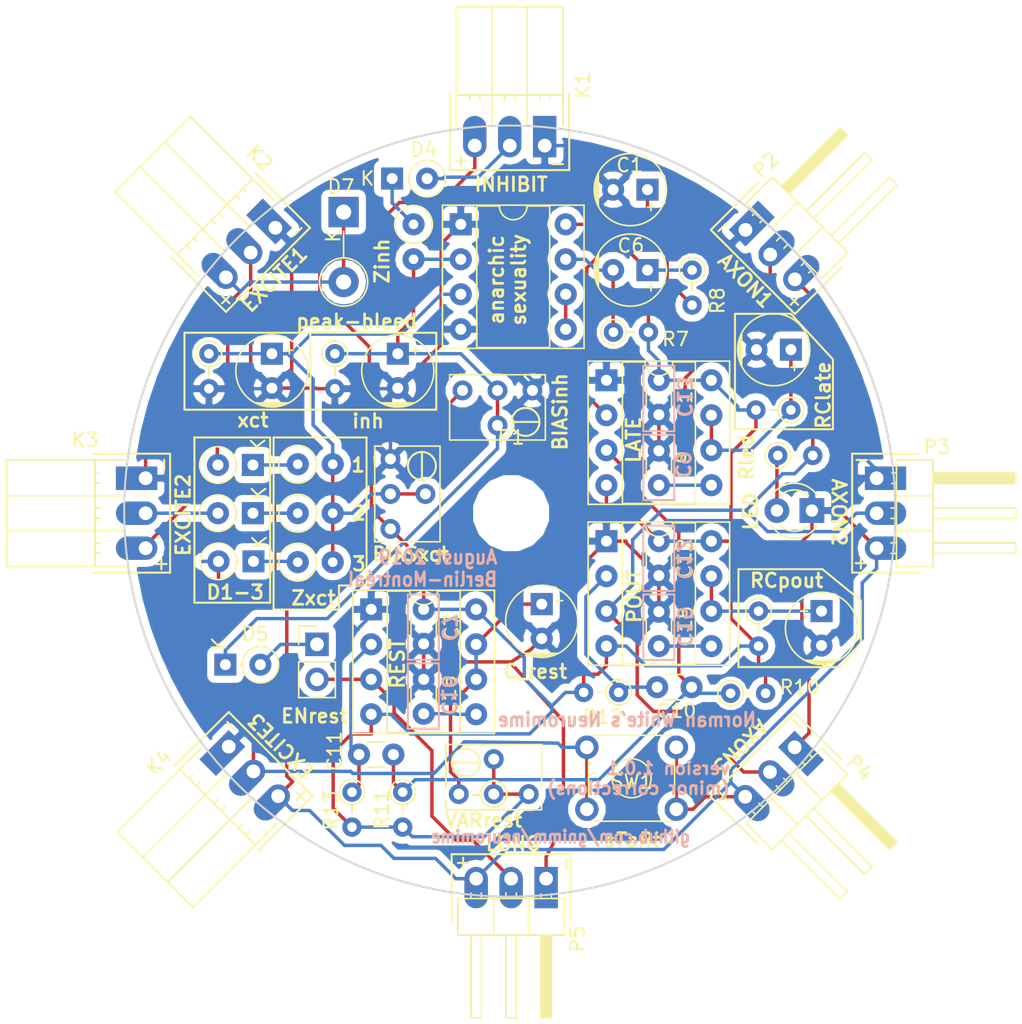
<source format=kicad_pcb>
(kicad_pcb (version 20171130) (host pcbnew 5.0.2-bee76a0~70~ubuntu18.04.1)
  (layers (0 F.Cu signal) (31 B.Cu signal hide) (34 B.Paste user hide) (35 F.Paste user hide) (36 B.SilkS user hide) (37 F.SilkS user) (38 B.Mask user hide) (39 F.Mask user hide) (44 Edge.Cuts user))
  (net 0 "")
  (net 1 GND)
  (net 2 VCC)
  (net 3 refractory)
  (net 4 "Net-(C5-Pad1)")
  (net 5 "Net-(C6-Pad1)")
  (net 6 "Net-(C6-Pad2)")
  (net 7 "Net-(C8-Pad1)")
  (net 8 "Net-(C9-Pad1)")
  (net 9 "Net-(C10-Pad2)")
  (net 10 "Net-(C10-Pad1)")
  (net 11 "Net-(C11-Pad1)")
  (net 12 "Net-(C15-Pad1)")
  (net 13 "Net-(C16-Pad1)")
  (net 14 "Net-(C17-Pad1)")
  (net 15 "Net-(D1-Pad2)")
  (net 16 "Net-(D1-Pad1)")
  (net 17 "Net-(D2-Pad1)")
  (net 18 "Net-(D2-Pad2)")
  (net 19 "Net-(D3-Pad1)")
  (net 20 "Net-(D4-Pad1)")
  (net 21 "Net-(D4-Pad2)")
  (net 22 "Net-(D6-Pad2)")
  (net 23 "Net-(P2-Pad2)")
  (net 24 "Net-(P5-Pad2)")
  (net 25 "Net-(U1-Pad5)")
  (net 26 "Net-(C14-Pad1)")
  (net 27 VDD)
  (net 28 /start)
  (net 29 "Net-(D5-Pad2)")
  (module Package_DIP:DIP-8_W7.62mm_Socket (layer F.Cu) (at 139.84 56.985)
    (fp_text reference U4 hide)
    (fp_text value 555rest)
    (pad 8 thru_hole oval (at 7.62 0) (size 1.6 1.6) (drill 0.8) (layers *.Cu *.Mask) (net 2 VCC))
    (pad 4 thru_hole oval (at 0 7.62) (size 1.6 1.6) (drill 0.8) (layers *.Cu *.Mask) (net 2 VCC))
    (pad 7 thru_hole oval (at 7.62 2.54) (size 1.6 1.6) (drill 0.8) (layers *.Cu *.Mask) (net 14 "Net-(C17-Pad1)"))
    (pad 3 thru_hole oval (at 0 5.08) (size 1.6 1.6) (drill 0.8) (layers *.Cu *.Mask) (net 24 "Net-(P5-Pad2)"))
    (pad 6 thru_hole oval (at 7.62 5.08) (size 1.6 1.6) (drill 0.8) (layers *.Cu *.Mask) (net 14 "Net-(C17-Pad1)"))
    (pad 2 thru_hole oval (at 0 2.54) (size 1.6 1.6) (drill 0.8) (layers *.Cu *.Mask) (net 11 "Net-(C11-Pad1)"))
    (pad 5 thru_hole oval (at 7.62 7.62) (size 1.6 1.6) (drill 0.8) (layers *.Cu *.Mask) (net 13 "Net-(C16-Pad1)"))
    (pad 1 thru_hole rect (at 0 0) (size 1.6 1.6) (drill 0.8) (layers *.Cu *.Mask) (net 1 GND))
  )
  (module flemming_feetprint_2019:R_Axial_DIN0207_L6.3mm_D2.5mm_P2.54mm_Vertical_pad_numbers_reversed (layer F.Cu) (at 134.506 50)
    (fp_text reference R2 hide)
    (fp_text value Zxct)
    (pad 2 thru_hole circle (at 0 0) (size 1.6 1.6) (drill 0.7) (layers *.Cu *.Mask) (net 17 "Net-(D2-Pad1)"))
    (pad 1 thru_hole oval (at 2.54 0) (size 1.6 1.6) (drill 0.7) (layers *.Cu *.Mask) (net 4 "Net-(C5-Pad1)"))
  )
  (module LED_THT:LED_D3.0mm (layer F.Cu) (at 171.844 49.8095 180)
    (fp_text reference D6 hide)
    (fp_text value LED)
    (pad 2 thru_hole circle (at 2.54 0 180) (size 1.8 1.8) (drill 0.9) (layers *.Cu *.Mask) (net 22 "Net-(D6-Pad2)"))
    (pad 1 thru_hole rect (at 0 0 180) (size 1.8 1.8) (drill 0.9) (layers *.Cu *.Mask) (net 1 GND))
  )
  (module Connector_PinHeader_2.54mm:PinHeader_1x02_P2.54mm_Vertical (layer F.Cu) (at 135.903 59.525)
    (fp_text reference W3 hide)
    (fp_text value ENrest)
    (pad 2 thru_hole oval (at 0 2.54) (size 1.7 1.7) (drill 1) (layers *.Cu *.Mask) (net 24 "Net-(P5-Pad2)"))
    (pad 1 thru_hole rect (at 0 0) (size 1.7 1.7) (drill 1) (layers *.Cu *.Mask) (net 29 "Net-(D5-Pad2)"))
  )
  (module Capacitor_THT:C_Disc_D3.0mm_W1.6mm_P2.50mm (layer F.Cu) (at 138.951 67.526)
    (fp_text reference C11 (at -1.778 -0.254 90) (layer F.SilkS))
    (fp_text value 0.1uF)
    (pad 2 thru_hole circle (at 2.5 0) (size 1.6 1.6) (drill 0.8) (layers *.Cu *.Mask) (net 9 "Net-(C10-Pad2)"))
    (pad 1 thru_hole circle (at 0 0) (size 1.6 1.6) (drill 0.8) (layers *.Cu *.Mask) (net 11 "Net-(C11-Pad1)"))
  )
  (module Capacitor_THT:C_Disc_D3.0mm_W1.6mm_P2.50mm (layer F.Cu) (at 160.732 52.032 270)
    (fp_text reference C12 (at 1.25 -1.841 270) (layer F.SilkS))
    (fp_text value 0.1uF hide)
    (pad 2 thru_hole circle (at 2.5 0 270) (size 1.6 1.6) (drill 0.8) (layers *.Cu *.Mask) (net 1 GND))
    (pad 1 thru_hole circle (at 0 0 270) (size 1.6 1.6) (drill 0.8) (layers *.Cu *.Mask) (net 2 VCC))
  )
  (module Capacitor_THT:C_Disc_D3.0mm_W1.6mm_P2.50mm (layer F.Cu) (at 160.732 40.348 270)
    (fp_text reference C13 (at 1.25 -1.9045 270) (layer F.SilkS))
    (fp_text value 0.1uF hide)
    (pad 2 thru_hole circle (at 2.5 0 270) (size 1.6 1.6) (drill 0.8) (layers *.Cu *.Mask) (net 1 GND))
    (pad 1 thru_hole circle (at 0 0 270) (size 1.6 1.6) (drill 0.8) (layers *.Cu *.Mask) (net 2 VCC))
  )
  (module Capacitor_THT:C_Disc_D3.0mm_W1.6mm_P2.50mm (layer F.Cu) (at 160.732 59.652 90)
    (fp_text reference C15 (at 1.4605 1.9045 90) (layer F.SilkS))
    (fp_text value 0.1uF hide)
    (pad 2 thru_hole circle (at 2.5 0 90) (size 1.6 1.6) (drill 0.8) (layers *.Cu *.Mask) (net 1 GND))
    (pad 1 thru_hole circle (at 0 0 90) (size 1.6 1.6) (drill 0.8) (layers *.Cu *.Mask) (net 12 "Net-(C15-Pad1)"))
  )
  (module Capacitor_THT:C_Disc_D3.0mm_W1.6mm_P2.50mm (layer F.Cu) (at 143.65 64.565 90)
    (fp_text reference C16 (at 1.357 1.8415 90) (layer F.SilkS))
    (fp_text value 0.1uF hide)
    (pad 2 thru_hole circle (at 2.5 0 90) (size 1.6 1.6) (drill 0.8) (layers *.Cu *.Mask) (net 1 GND))
    (pad 1 thru_hole circle (at 0 0 90) (size 1.6 1.6) (drill 0.8) (layers *.Cu *.Mask) (net 13 "Net-(C16-Pad1)"))
  )
  (module Package_DIP:DIP-8_W7.62mm_Socket (layer F.Cu) (at 146.344 29.022)
    (fp_text reference U1 hide)
    (fp_text value LM311)
    (pad 8 thru_hole oval (at 7.62 0) (size 1.6 1.6) (drill 0.8) (layers *.Cu *.Mask) (net 2 VCC))
    (pad 4 thru_hole oval (at 0 7.62) (size 1.6 1.6) (drill 0.8) (layers *.Cu *.Mask) (net 1 GND))
    (pad 7 thru_hole oval (at 7.62 2.54) (size 1.6 1.6) (drill 0.8) (layers *.Cu *.Mask) (net 6 "Net-(C6-Pad2)"))
    (pad 3 thru_hole oval (at 0 5.08) (size 1.6 1.6) (drill 0.8) (layers *.Cu *.Mask) (net 4 "Net-(C5-Pad1)"))
    (pad 6 thru_hole oval (at 7.62 5.08) (size 1.6 1.6) (drill 0.8) (layers *.Cu *.Mask) (net 25 "Net-(U1-Pad5)"))
    (pad 2 thru_hole oval (at 0 2.54) (size 1.6 1.6) (drill 0.8) (layers *.Cu *.Mask) (net 3 refractory))
    (pad 5 thru_hole oval (at 7.62 7.62) (size 1.6 1.6) (drill 0.8) (layers *.Cu *.Mask) (net 25 "Net-(U1-Pad5)"))
    (pad 1 thru_hole rect (at 0 0) (size 1.6 1.6) (drill 0.8) (layers *.Cu *.Mask) (net 1 GND))
  )
  (module Package_DIP:DIP-8_W7.62mm_Socket (layer F.Cu) (at 156.922 40.348)
    (fp_text reference U2 hide)
    (fp_text value 555late)
    (pad 8 thru_hole oval (at 7.62 0) (size 1.6 1.6) (drill 0.8) (layers *.Cu *.Mask) (net 2 VCC))
    (pad 4 thru_hole oval (at 0 7.62) (size 1.6 1.6) (drill 0.8) (layers *.Cu *.Mask) (net 2 VCC))
    (pad 7 thru_hole oval (at 7.62 2.54) (size 1.6 1.6) (drill 0.8) (layers *.Cu *.Mask) (net 7 "Net-(C8-Pad1)"))
    (pad 3 thru_hole oval (at 0 5.08) (size 1.6 1.6) (drill 0.8) (layers *.Cu *.Mask) (net 9 "Net-(C10-Pad2)"))
    (pad 6 thru_hole oval (at 7.62 5.08) (size 1.6 1.6) (drill 0.8) (layers *.Cu *.Mask) (net 7 "Net-(C8-Pad1)"))
    (pad 2 thru_hole oval (at 0 2.54) (size 1.6 1.6) (drill 0.8) (layers *.Cu *.Mask) (net 5 "Net-(C6-Pad1)"))
    (pad 5 thru_hole oval (at 7.62 7.62) (size 1.6 1.6) (drill 0.8) (layers *.Cu *.Mask) (net 8 "Net-(C9-Pad1)"))
    (pad 1 thru_hole rect (at 0 0) (size 1.6 1.6) (drill 0.8) (layers *.Cu *.Mask) (net 1 GND))
  )
  (module Package_DIP:DIP-8_W7.62mm_Socket (layer F.Cu) (at 156.922 52.032)
    (fp_text reference U3 hide)
    (fp_text value 555pout)
    (pad 8 thru_hole oval (at 7.62 0) (size 1.6 1.6) (drill 0.8) (layers *.Cu *.Mask) (net 2 VCC))
    (pad 4 thru_hole oval (at 0 7.62) (size 1.6 1.6) (drill 0.8) (layers *.Cu *.Mask) (net 2 VCC))
    (pad 7 thru_hole oval (at 7.62 2.54) (size 1.6 1.6) (drill 0.8) (layers *.Cu *.Mask) (net 26 "Net-(C14-Pad1)"))
    (pad 3 thru_hole oval (at 0 5.08) (size 1.6 1.6) (drill 0.8) (layers *.Cu *.Mask) (net 23 "Net-(P2-Pad2)"))
    (pad 6 thru_hole oval (at 7.62 5.08) (size 1.6 1.6) (drill 0.8) (layers *.Cu *.Mask) (net 26 "Net-(C14-Pad1)"))
    (pad 2 thru_hole oval (at 0 2.54) (size 1.6 1.6) (drill 0.8) (layers *.Cu *.Mask) (net 10 "Net-(C10-Pad1)"))
    (pad 5 thru_hole oval (at 7.62 7.62) (size 1.6 1.6) (drill 0.8) (layers *.Cu *.Mask) (net 12 "Net-(C15-Pad1)"))
    (pad 1 thru_hole rect (at 0 0) (size 1.6 1.6) (drill 0.8) (layers *.Cu *.Mask) (net 1 GND))
  )
  (module Capacitor_THT:C_Disc_D3.0mm_W1.6mm_P2.50mm (layer F.Cu) (at 143.65 56.985 270)
    (fp_text reference C7 (at 1.25 -2.05 270) (layer F.SilkS))
    (fp_text value 0.1uF hide)
    (pad 2 thru_hole circle (at 2.5 0 270) (size 1.6 1.6) (drill 0.8) (layers *.Cu *.Mask) (net 1 GND))
    (pad 1 thru_hole circle (at 0 0 270) (size 1.6 1.6) (drill 0.8) (layers *.Cu *.Mask) (net 2 VCC))
  )
  (module Capacitor_THT:C_Disc_D3.0mm_W1.6mm_P2.50mm (layer F.Cu) (at 160.732 47.968 90)
    (fp_text reference C9 (at 1.524 1.841 90) (layer F.SilkS))
    (fp_text value 0.1uF hide)
    (pad 2 thru_hole circle (at 2.5 0 90) (size 1.6 1.6) (drill 0.8) (layers *.Cu *.Mask) (net 1 GND))
    (pad 1 thru_hole circle (at 0 0 90) (size 1.6 1.6) (drill 0.8) (layers *.Cu *.Mask) (net 8 "Net-(C9-Pad1)"))
  )
  (module Capacitor_THT:C_Disc_D3.0mm_W1.6mm_P2.50mm (layer F.Cu) (at 160.604 62.6365)
    (fp_text reference C10 (at 1.3975 1.7145) (layer F.SilkS))
    (fp_text value 0.1uF)
    (pad 2 thru_hole circle (at 2.5 0) (size 1.6 1.6) (drill 0.8) (layers *.Cu *.Mask) (net 9 "Net-(C10-Pad2)"))
    (pad 1 thru_hole circle (at 0 0) (size 1.6 1.6) (drill 0.8) (layers *.Cu *.Mask) (net 10 "Net-(C10-Pad1)"))
  )
  (module flemming_feetprint_2016:PinHeader_1x03_P2.54mm_Horizontal_elomgated_pads (layer F.Cu) (at 152.54 76.543 270)
    (fp_text reference P5 (at 4.385 -2.27 270) (layer F.SilkS))
    (fp_text value long)
    (fp_text user + (at -1.143 6.096 270) (layer F.SilkS))
    (fp_text user - (at -1.0795 -1.397 270) (layer F.SilkS))
    (pad 1 thru_hole rect (at 0 0 270) (size 3 1.7) (drill 1 (offset 0.65 0)) (layers *.Cu *.Mask) (net 1 GND))
    (pad 2 thru_hole oval (at 0 2.54 270) (size 3 1.7) (drill 1 (offset 0.65 0)) (layers *.Cu *.Mask) (net 24 "Net-(P5-Pad2)"))
    (pad 3 thru_hole oval (at 0 5.079999 270) (size 3 1.7) (drill 1 (offset 0.65 0)) (layers *.Cu *.Mask) (net 27 VDD))
  )
  (module Diode_THT:D_DO-35_SOD27_P2.54mm_Vertical_KathodeUp (layer F.Cu) (at 131.25 46.5 180)
    (fp_text reference D1 hide)
    (fp_text value 1N4148)
    (fp_text user K (at -0.381 1.4605 270) (layer F.SilkS))
    (pad 2 thru_hole oval (at 2.54 0 180) (size 1.6 1.6) (drill 0.8) (layers *.Cu *.Mask) (net 15 "Net-(D1-Pad2)"))
    (pad 1 thru_hole rect (at 0 0 180) (size 1.6 1.6) (drill 0.8) (layers *.Cu *.Mask) (net 16 "Net-(D1-Pad1)"))
  )
  (module Diode_THT:D_DO-35_SOD27_P2.54mm_Vertical_KathodeUp (layer F.Cu) (at 131.25 50 180)
    (fp_text reference D2 hide)
    (fp_text value 1N4148)
    (fp_text user K (at -0.4445 1.4605 270) (layer F.SilkS))
    (pad 2 thru_hole oval (at 2.54 0 180) (size 1.6 1.6) (drill 0.8) (layers *.Cu *.Mask) (net 18 "Net-(D2-Pad2)"))
    (pad 1 thru_hole rect (at 0 0 180) (size 1.6 1.6) (drill 0.8) (layers *.Cu *.Mask) (net 17 "Net-(D2-Pad1)"))
  )
  (module Diode_THT:D_DO-35_SOD27_P2.54mm_Vertical_KathodeUp (layer F.Cu) (at 131.29 53.5 180)
    (fp_text reference D3 hide)
    (fp_text value 1N4148)
    (fp_text user K (at -0.4445 1.397 270) (layer F.SilkS))
    (pad 1 thru_hole rect (at 0 0 180) (size 1.6 1.6) (drill 0.8) (layers *.Cu *.Mask) (net 19 "Net-(D3-Pad1)"))
    (pad 2 thru_hole oval (at 2.54 0 180) (size 1.6 1.6) (drill 0.8) (layers *.Cu *.Mask) (net 28 /start))
  )
  (module Diode_THT:D_DO-35_SOD27_P2.54mm_Vertical_KathodeUp (layer F.Cu) (at 141.36 25.7)
    (fp_text reference D4 (at 2.3 -2.1) (layer F.SilkS))
    (fp_text value 1N4148)
    (fp_text user K (at -1.8 0) (layer F.SilkS))
    (pad 1 thru_hole rect (at 0 0) (size 1.6 1.6) (drill 0.8) (layers *.Cu *.Mask) (net 20 "Net-(D4-Pad1)"))
    (pad 2 thru_hole oval (at 2.54 0) (size 1.6 1.6) (drill 0.8) (layers *.Cu *.Mask) (net 21 "Net-(D4-Pad2)"))
  )
  (module Diode_THT:D_DO-35_SOD27_P2.54mm_Vertical_KathodeUp (layer F.Cu) (at 129.25 61)
    (fp_text reference D5 (at 2.1595 -2.2225) (layer F.SilkS))
    (fp_text value 1N4148)
    (fp_text user K (at -0.444 -1.524 90) (layer F.SilkS))
    (pad 1 thru_hole rect (at 0 0) (size 1.6 1.6) (drill 0.8) (layers *.Cu *.Mask) (net 3 refractory))
    (pad 2 thru_hole oval (at 2.54 0) (size 1.6 1.6) (drill 0.8) (layers *.Cu *.Mask) (net 29 "Net-(D5-Pad2)"))
  )
  (module Diode_THT:D_DO-41_SOD81_P5.08mm_Vertical_KathodeUp (layer F.Cu) (at 137.835 28.133 270)
    (fp_text reference D7 (at -1.8415 0.1905) (layer F.SilkS))
    (fp_text value 1N4001)
    (fp_text user K (at 1.7145 0.762 270) (layer F.SilkS))
    (pad 1 thru_hole rect (at 0 0 270) (size 2.2 2.2) (drill 1.1) (layers *.Cu *.Mask) (net 2 VCC))
    (pad 2 thru_hole oval (at 5.08 0 270) (size 2.2 2.2) (drill 1.1) (layers *.Cu *.Mask) (net 27 VDD))
  )
  (module Resistor_THT:R_Axial_DIN0204_L3.6mm_D1.6mm_P2.54mm_Vertical (layer F.Cu) (at 137.2 38.42 270)
    (fp_text reference R5 hide)
    (fp_text value Rbld_inh)
    (pad 1 thru_hole circle (at 0 0 270) (size 1.4 1.4) (drill 0.7) (layers *.Cu *.Mask) (net 3 refractory))
    (pad 2 thru_hole oval (at 2.54 0 270) (size 1.4 1.4) (drill 0.7) (layers *.Cu *.Mask) (net 1 GND))
  )
  (module Resistor_THT:R_Axial_DIN0204_L3.6mm_D1.6mm_P2.54mm_Vertical (layer F.Cu) (at 128.056 38.42 270)
    (fp_text reference R6 hide)
    (fp_text value Rbld_xct)
    (pad 1 thru_hole circle (at 0 0 270) (size 1.4 1.4) (drill 0.7) (layers *.Cu *.Mask) (net 4 "Net-(C5-Pad1)"))
    (pad 2 thru_hole oval (at 2.54 0 270) (size 1.4 1.4) (drill 0.7) (layers *.Cu *.Mask) (net 1 GND))
  )
  (module Resistor_THT:R_Axial_DIN0204_L3.6mm_D1.6mm_P2.54mm_Vertical (layer F.Cu) (at 157.43 36.8555)
    (fp_text reference R7 (at 4.508 0.508) (layer F.SilkS))
    (fp_text value 27K)
    (pad 2 thru_hole oval (at 2.54 0) (size 1.4 1.4) (drill 0.7) (layers *.Cu *.Mask) (net 2 VCC))
    (pad 1 thru_hole circle (at 0 0) (size 1.4 1.4) (drill 0.7) (layers *.Cu *.Mask) (net 6 "Net-(C6-Pad2)"))
  )
  (module Resistor_THT:R_Axial_DIN0204_L3.6mm_D1.6mm_P2.54mm_Vertical (layer F.Cu) (at 163.144 32.347 270)
    (fp_text reference R8 (at 2.2225 -1.842 270) (layer F.SilkS))
    (fp_text value 10K)
    (pad 1 thru_hole circle (at 0 0 270) (size 1.4 1.4) (drill 0.7) (layers *.Cu *.Mask) (net 5 "Net-(C6-Pad1)"))
    (pad 2 thru_hole oval (at 2.54 0 270) (size 1.4 1.4) (drill 0.7) (layers *.Cu *.Mask) (net 2 VCC))
  )
  (module Resistor_THT:R_Axial_DIN0204_L3.6mm_D1.6mm_P2.54mm_Vertical (layer F.Cu) (at 170.32 42.507 180)
    (fp_text reference R9 hide)
    (fp_text value Rlate)
    (pad 2 thru_hole oval (at 2.54 0 180) (size 1.4 1.4) (drill 0.7) (layers *.Cu *.Mask) (net 2 VCC))
    (pad 1 thru_hole circle (at 0 0 180) (size 1.4 1.4) (drill 0.7) (layers *.Cu *.Mask) (net 7 "Net-(C8-Pad1)"))
  )
  (module Resistor_THT:R_Axial_DIN0204_L3.6mm_D1.6mm_P2.54mm_Vertical (layer F.Cu) (at 165.938 63.081)
    (fp_text reference R10 (at 5.017 -0.4445) (layer F.SilkS))
    (fp_text value 10K)
    (pad 1 thru_hole circle (at 0 0) (size 1.4 1.4) (drill 0.7) (layers *.Cu *.Mask) (net 9 "Net-(C10-Pad2)"))
    (pad 2 thru_hole oval (at 2.54 0) (size 1.4 1.4) (drill 0.7) (layers *.Cu *.Mask) (net 2 VCC))
  )
  (module Resistor_THT:R_Axial_DIN0204_L3.6mm_D1.6mm_P2.54mm_Vertical (layer F.Cu) (at 142.126 70.2565 270)
    (fp_text reference R11 (at 1.27 1.524 270) (layer F.SilkS))
    (fp_text value 10K)
    (pad 1 thru_hole circle (at 0 0 270) (size 1.4 1.4) (drill 0.7) (layers *.Cu *.Mask) (net 9 "Net-(C10-Pad2)"))
    (pad 2 thru_hole oval (at 2.54 0 270) (size 1.4 1.4) (drill 0.7) (layers *.Cu *.Mask) (net 2 VCC))
  )
  (module Resistor_THT:R_Axial_DIN0204_L3.6mm_D1.6mm_P2.54mm_Vertical (layer F.Cu) (at 157.81 63.0175 180)
    (fp_text reference R12 (at 1.1425 -1.778 180) (layer F.SilkS))
    (fp_text value 10K)
    (pad 2 thru_hole oval (at 2.54 0 180) (size 1.4 1.4) (drill 0.7) (layers *.Cu *.Mask) (net 2 VCC))
    (pad 1 thru_hole circle (at 0 0 180) (size 1.4 1.4) (drill 0.7) (layers *.Cu *.Mask) (net 10 "Net-(C10-Pad1)"))
  )
  (module Resistor_THT:R_Axial_DIN0204_L3.6mm_D1.6mm_P2.54mm_Vertical (layer F.Cu) (at 138.443 70.2565 270)
    (fp_text reference R13 (at 1.3335 1.524 270) (layer F.SilkS))
    (fp_text value 10K)
    (pad 2 thru_hole oval (at 2.54 0 270) (size 1.4 1.4) (drill 0.7) (layers *.Cu *.Mask) (net 2 VCC))
    (pad 1 thru_hole circle (at 0 0 270) (size 1.4 1.4) (drill 0.7) (layers *.Cu *.Mask) (net 11 "Net-(C11-Pad1)"))
  )
  (module Resistor_THT:R_Axial_DIN0204_L3.6mm_D1.6mm_P2.54mm_Vertical (layer F.Cu) (at 167.97 57.112 270)
    (fp_text reference R14 hide)
    (fp_text value Rpout)
    (pad 2 thru_hole oval (at 2.54 0 270) (size 1.4 1.4) (drill 0.7) (layers *.Cu *.Mask) (net 2 VCC))
    (pad 1 thru_hole circle (at 0 0 270) (size 1.4 1.4) (drill 0.7) (layers *.Cu *.Mask) (net 26 "Net-(C14-Pad1)"))
  )
  (module Resistor_THT:R_Axial_DIN0204_L3.6mm_D1.6mm_P2.54mm_Vertical (layer F.Cu) (at 169.368 45.809)
    (fp_text reference R15 hide)
    (fp_text value Rled)
    (pad 2 thru_hole oval (at 2.54 0) (size 1.4 1.4) (drill 0.7) (layers *.Cu *.Mask) (net 23 "Net-(P2-Pad2)"))
    (pad 1 thru_hole circle (at 0 0) (size 1.4 1.4) (drill 0.7) (layers *.Cu *.Mask) (net 22 "Net-(D6-Pad2)"))
  )
  (module flemming_feetprint_2019:CP_Radial_D5.0mm_P2.50mm_positive_symbol_inside (layer F.Cu) (at 159.906 26.505 180)
    (fp_text reference C1 (at 1.2935 1.778 180) (layer F.SilkS))
    (fp_text value 10uF)
    (pad 1 thru_hole rect (at 0 0 180) (size 1.6 1.6) (drill 0.8) (layers *.Cu *.Mask) (net 2 VCC))
    (pad 2 thru_hole circle (at 2.5 0 180) (size 1.6 1.6) (drill 0.8) (layers *.Cu *.Mask) (net 1 GND))
  )
  (module flemming_feetprint_2019:CP_Radial_D5.0mm_P2.50mm_positive_symbol_inside (layer F.Cu) (at 141.772 38.42 270)
    (fp_text reference C4 hide)
    (fp_text value Cpk_inh)
    (pad 1 thru_hole rect (at 0 0 270) (size 1.6 1.6) (drill 0.8) (layers *.Cu *.Mask) (net 3 refractory))
    (pad 2 thru_hole circle (at 2.5 0 270) (size 1.6 1.6) (drill 0.8) (layers *.Cu *.Mask) (net 1 GND))
  )
  (module flemming_feetprint_2019:CP_Radial_D5.0mm_P2.50mm_positive_symbol_inside (layer F.Cu) (at 132.628 38.42 270)
    (fp_text reference C5 hide)
    (fp_text value Cpk_exct)
    (pad 2 thru_hole circle (at 2.5 0 270) (size 1.6 1.6) (drill 0.8) (layers *.Cu *.Mask) (net 1 GND))
    (pad 1 thru_hole rect (at 0 0 270) (size 1.6 1.6) (drill 0.8) (layers *.Cu *.Mask) (net 4 "Net-(C5-Pad1)"))
  )
  (module flemming_feetprint_2019:CP_Radial_D5.0mm_P2.50mm_positive_symbol_inside (layer F.Cu) (at 159.906 32.347 180)
    (fp_text reference C6 (at 1.2065 1.778) (layer F.SilkS))
    (fp_text value 1uF)
    (pad 2 thru_hole circle (at 2.5 0 180) (size 1.6 1.6) (drill 0.8) (layers *.Cu *.Mask) (net 6 "Net-(C6-Pad2)"))
    (pad 1 thru_hole rect (at 0 0 180) (size 1.6 1.6) (drill 0.8) (layers *.Cu *.Mask) (net 5 "Net-(C6-Pad1)"))
  )
  (module flemming_feetprint_2019:CP_Radial_D5.0mm_P2.50mm_positive_symbol_inside (layer F.Cu) (at 170.32 38.1255 180)
    (fp_text reference C8 hide)
    (fp_text value Clate)
    (pad 1 thru_hole rect (at 0 0 180) (size 1.6 1.6) (drill 0.8) (layers *.Cu *.Mask) (net 7 "Net-(C8-Pad1)"))
    (pad 2 thru_hole circle (at 2.5 0 180) (size 1.6 1.6) (drill 0.8) (layers *.Cu *.Mask) (net 1 GND))
  )
  (module flemming_feetprint_2019:CP_Radial_D5.0mm_P2.50mm_positive_symbol_inside_single_correction (layer F.Cu) (at 172.542 57.112 270)
    (fp_text reference C14 hide)
    (fp_text value Cpout)
    (pad 2 thru_hole circle (at 2.5 0 270) (size 1.6 1.6) (drill 0.8) (layers *.Cu *.Mask) (net 1 GND))
    (pad 1 thru_hole rect (at 0 0 270) (size 1.6 1.6) (drill 0.8) (layers *.Cu *.Mask) (net 26 "Net-(C14-Pad1)"))
  )
  (module flemming_feetprint_2019:CP_Radial_D5.0mm_P2.50mm_positive_symbol_inside (layer F.Cu) (at 152.222 56.604 270)
    (fp_text reference C17 hide)
    (fp_text value Crest)
    (pad 2 thru_hole circle (at 2.5 0 270) (size 1.6 1.6) (drill 0.8) (layers *.Cu *.Mask) (net 1 GND))
    (pad 1 thru_hole rect (at 0 0 270) (size 1.6 1.6) (drill 0.8) (layers *.Cu *.Mask) (net 14 "Net-(C17-Pad1)"))
  )
  (module flemming_feetprint_2019:PinSocket_1x03_P2.54mm_Horizontal_elongated (layer F.Cu) (at 152.44 23.307 270)
    (fp_text reference K1 (at -4.38 -2.77 270) (layer F.SilkS))
    (fp_text value inhibit)
    (fp_text user + (at 1.143 6.1595 270) (layer F.SilkS))
    (fp_text user - (at 1.27 -0.9525) (layer F.SilkS))
    (pad 3 thru_hole oval (at 0 5.08 270) (size 3 1.7) (drill 1 (offset -0.65 0)) (layers *.Cu *.Mask) (net 27 VDD))
    (pad 2 thru_hole oval (at 0 2.54 270) (size 3 1.7) (drill 1 (offset -0.65 0)) (layers *.Cu *.Mask) (net 21 "Net-(D4-Pad2)"))
    (pad 1 thru_hole rect (at 0 0 270) (size 3 1.7) (drill 1 (offset -0.65 0)) (layers *.Cu *.Mask) (net 1 GND))
  )
  (module flemming_feetprint_2019:PinSocket_1x03_P2.54mm_Horizontal_elongated (layer F.Cu) (at 132.882 29.276 315)
    (fp_text reference K2 (at -4.38 -2.77 315) (layer F.SilkS))
    (fp_text value excite)
    (fp_text user + (at 1.143 6.1595 315) (layer F.SilkS))
    (fp_text user - (at 1.27 -0.9525 45) (layer F.SilkS))
    (pad 3 thru_hole oval (at 0 5.08 315) (size 3 1.7) (drill 1 (offset -0.65 0)) (layers *.Cu *.Mask) (net 27 VDD))
    (pad 2 thru_hole oval (at 0 2.54 315) (size 3 1.7) (drill 1 (offset -0.65 0)) (layers *.Cu *.Mask) (net 15 "Net-(D1-Pad2)"))
    (pad 1 thru_hole rect (at 0 0 315) (size 3 1.7) (drill 1 (offset -0.65 0)) (layers *.Cu *.Mask) (net 1 GND))
  )
  (module flemming_feetprint_2019:PinSocket_1x03_P2.54mm_Horizontal_elongated (layer F.Cu) (at 129.49 66.9545 45)
    (fp_text reference K4 (at -4.38 -2.77 45) (layer F.SilkS))
    (fp_text value excite)
    (fp_text user - (at 1.27 -0.9525 135) (layer F.SilkS))
    (fp_text user + (at 1.143 6.1595 45) (layer F.SilkS))
    (pad 1 thru_hole rect (at 0 0 45) (size 3 1.7) (drill 1 (offset -0.65 0)) (layers *.Cu *.Mask) (net 1 GND))
    (pad 2 thru_hole oval (at 0 2.54 45) (size 3 1.7) (drill 1 (offset -0.65 0)) (layers *.Cu *.Mask) (net 28 /start))
    (pad 3 thru_hole oval (at 0 5.08 45) (size 3 1.7) (drill 1 (offset -0.65 0)) (layers *.Cu *.Mask) (net 27 VDD))
  )
  (module flemming_feetprint_2019:PinSocket_1x03_P2.54mm_Horizontal_elongated (layer F.Cu) (at 123.457 47.46)
    (fp_text reference K3 (at -4.38 -2.77) (layer F.SilkS))
    (fp_text value excite)
    (fp_text user - (at 1.27 -0.9525 90) (layer F.SilkS))
    (fp_text user + (at 1.143 6.1595) (layer F.SilkS))
    (pad 1 thru_hole rect (at 0 0) (size 3 1.7) (drill 1 (offset -0.65 0)) (layers *.Cu *.Mask) (net 1 GND))
    (pad 2 thru_hole oval (at 0 2.54) (size 3 1.7) (drill 1 (offset -0.65 0)) (layers *.Cu *.Mask) (net 18 "Net-(D2-Pad2)"))
    (pad 3 thru_hole oval (at 0 5.08) (size 3 1.7) (drill 1 (offset -0.65 0)) (layers *.Cu *.Mask) (net 27 VDD))
  )
  (module MountingHole:MountingHole_4.5mm (layer F.Cu) (at 150 50)
    (fp_text reference P1 (at 0 -5.5) (layer F.SilkS))
    (fp_text value mnt)
    (pad 1 np_thru_hole circle (at 0 0) (size 4.5 4.5) (drill 4.5) (layers *.Cu *.Mask))
  )
  (module flemming_feetprint_2019:PinHeader_1x03_P2.54mm_Horizontal_elomgated_pads (layer F.Cu) (at 167.018 29.426 45)
    (fp_text reference P2 (at 4.385 -2.27 45) (layer F.SilkS))
    (fp_text value axon)
    (fp_text user - (at -1.0795 -1.397 45) (layer F.SilkS))
    (fp_text user + (at -1.143 6.096 45) (layer F.SilkS))
    (pad 3 thru_hole oval (at 0 5.079999 45) (size 3 1.7) (drill 1 (offset 0.65 0)) (layers *.Cu *.Mask) (net 27 VDD))
    (pad 2 thru_hole oval (at 0 2.54 45) (size 3 1.7) (drill 1 (offset 0.65 0)) (layers *.Cu *.Mask) (net 23 "Net-(P2-Pad2)"))
    (pad 1 thru_hole rect (at 0 0 45) (size 3 1.7) (drill 1 (offset 0.65 0)) (layers *.Cu *.Mask) (net 1 GND))
  )
  (module flemming_feetprint_2019:PinHeader_1x03_P2.54mm_Horizontal_elomgated_pads (layer F.Cu) (at 176.543 47.46)
    (fp_text reference P3 (at 4.385 -2.27) (layer F.SilkS))
    (fp_text value axon)
    (fp_text user - (at -1.0795 -1.397) (layer F.SilkS))
    (fp_text user + (at -1.143 6.096) (layer F.SilkS))
    (pad 3 thru_hole oval (at 0 5.079999) (size 3 1.7) (drill 1 (offset 0.65 0)) (layers *.Cu *.Mask) (net 27 VDD))
    (pad 2 thru_hole oval (at 0 2.54) (size 3 1.7) (drill 1 (offset 0.65 0)) (layers *.Cu *.Mask) (net 23 "Net-(P2-Pad2)"))
    (pad 1 thru_hole rect (at 0 0) (size 3 1.7) (drill 1 (offset 0.65 0)) (layers *.Cu *.Mask) (net 1 GND))
  )
  (module flemming_feetprint_2019:PinHeader_1x03_P2.54mm_Horizontal_elomgated_pads (layer F.Cu) (at 170.592 66.9999 315)
    (fp_text reference P4 (at 4.385 -2.27 315) (layer F.SilkS))
    (fp_text value axon)
    (fp_text user + (at -1.143 6.096 315) (layer F.SilkS))
    (fp_text user - (at -1.0795 -1.397 315) (layer F.SilkS))
    (pad 1 thru_hole rect (at 0 0 315) (size 3 1.7) (drill 1 (offset 0.65 0)) (layers *.Cu *.Mask) (net 1 GND))
    (pad 2 thru_hole oval (at 0 2.54 315) (size 3 1.7) (drill 1 (offset 0.65 0)) (layers *.Cu *.Mask) (net 23 "Net-(P2-Pad2)"))
    (pad 3 thru_hole oval (at 0 5.079999 315) (size 3 1.7) (drill 1 (offset 0.65 0)) (layers *.Cu *.Mask) (net 27 VDD))
  )
  (module flemming_feetprint_2019:R_Axial_DIN0207_L6.3mm_D2.5mm_P2.54mm_Vertical_pad_numbers_reversed (layer F.Cu) (at 134.506 46.444)
    (fp_text reference R1 hide)
    (fp_text value Zxct)
    (pad 2 thru_hole circle (at 0 0) (size 1.6 1.6) (drill 0.7) (layers *.Cu *.Mask) (net 16 "Net-(D1-Pad1)"))
    (pad 1 thru_hole oval (at 2.54 0) (size 1.6 1.6) (drill 0.7) (layers *.Cu *.Mask) (net 4 "Net-(C5-Pad1)"))
  )
  (module flemming_feetprint_2019:R_Axial_DIN0207_L6.3mm_D2.5mm_P2.54mm_Vertical_pad_numbers_reversed (layer F.Cu) (at 134.506 53.556)
    (fp_text reference R3 hide)
    (fp_text value Zxct)
    (pad 1 thru_hole oval (at 2.54 0) (size 1.6 1.6) (drill 0.7) (layers *.Cu *.Mask) (net 4 "Net-(C5-Pad1)"))
    (pad 2 thru_hole circle (at 0 0) (size 1.6 1.6) (drill 0.7) (layers *.Cu *.Mask) (net 19 "Net-(D3-Pad1)"))
  )
  (module flemming_feetprint_2019:R_Axial_DIN0207_L6.3mm_D2.5mm_P2.54mm_Vertical_pad_numbers_reversed (layer F.Cu) (at 142.915 29.022 270)
    (fp_text reference R4 hide)
    (fp_text value Zinh)
    (pad 1 thru_hole oval (at 2.54 0 270) (size 1.6 1.6) (drill 0.7) (layers *.Cu *.Mask) (net 3 refractory))
    (pad 2 thru_hole circle (at 0 0 270) (size 1.6 1.6) (drill 0.7) (layers *.Cu *.Mask) (net 20 "Net-(D4-Pad1)"))
  )
  (module flemming_feetprint_2019:Potentiometer_Bourns_3266W_Vertical_pin_variation (layer F.Cu) (at 151.551 41.087)
    (fp_text reference RV1 hide)
    (fp_text value BIASinh)
    (pad 3 thru_hole circle (at -5.08 0) (size 1.44 1.44) (drill 0.8) (layers *.Cu *.Mask) (net 2 VCC))
    (pad 2 thru_hole circle (at -2.54 2.54) (size 1.44 1.44) (drill 0.8) (layers *.Cu *.Mask) (net 3 refractory))
    (pad 1 thru_hole circle (at 0 0) (size 1.44 1.44) (drill 0.8) (layers *.Cu *.Mask) (net 1 GND))
    (pad 2 thru_hole circle (at -2.54 0) (size 1.44 1.44) (drill 0.8) (layers *.Cu *.Mask) (net 3 refractory))
  )
  (module flemming_feetprint_2019:Potentiometer_Bourns_3266W_Vertical_pin_variation (layer F.Cu) (at 141.237 46.063 90)
    (fp_text reference RV2 hide)
    (fp_text value BIASxct)
    (pad 2 thru_hole circle (at -2.54 0 90) (size 1.44 1.44) (drill 0.8) (layers *.Cu *.Mask) (net 4 "Net-(C5-Pad1)"))
    (pad 1 thru_hole circle (at 0 0 90) (size 1.44 1.44) (drill 0.8) (layers *.Cu *.Mask) (net 1 GND))
    (pad 2 thru_hole circle (at -2.54 2.54 90) (size 1.44 1.44) (drill 0.8) (layers *.Cu *.Mask) (net 4 "Net-(C5-Pad1)"))
    (pad 3 thru_hole circle (at -5.08 0 90) (size 1.44 1.44) (drill 0.8) (layers *.Cu *.Mask) (net 2 VCC))
  )
  (module flemming_feetprint_2019:Potentiometer_Bourns_3266W_Vertical_pin_variation (layer F.Cu) (at 146.2 70.4 180)
    (fp_text reference RV3 hide)
    (fp_text value VARrest)
    (pad 3 thru_hole circle (at -5.08 0 180) (size 1.44 1.44) (drill 0.8) (layers *.Cu *.Mask) (net 2 VCC))
    (pad 2 thru_hole circle (at -2.54 2.54 180) (size 1.44 1.44) (drill 0.8) (layers *.Cu *.Mask) (net 2 VCC))
    (pad 1 thru_hole circle (at 0 0 180) (size 1.44 1.44) (drill 0.8) (layers *.Cu *.Mask) (net 14 "Net-(C17-Pad1)"))
    (pad 2 thru_hole circle (at -2.54 0 180) (size 1.44 1.44) (drill 0.8) (layers *.Cu *.Mask) (net 2 VCC))
  )
  (module Button_Switch_THT:SW_TH_Tactile_Omron_B3F-10xx (layer F.Cu) (at 155.5 67)
    (fp_text reference SW1 (at 3.25 2.5) (layer F.SilkS))
    (fp_text value SW_Push_Dual)
    (pad 4 thru_hole circle (at 6.5 4.5) (size 1.7 1.7) (drill 1) (layers *.Cu *.Mask) (net 27 VDD))
    (pad 3 thru_hole circle (at 0 4.5) (size 1.7 1.7) (drill 1) (layers *.Cu *.Mask) (net 28 /start))
    (pad 2 thru_hole circle (at 6.5 0) (size 1.7 1.7) (drill 1) (layers *.Cu *.Mask) (net 27 VDD))
    (pad 1 thru_hole circle (at 0 0) (size 1.7 1.7) (drill 1) (layers *.Cu *.Mask) (net 28 /start))
  )
  (gr_line (start 147.78 70.47) (end 147.19 70.47) (layer F.SilkS) (width 0.15))
  (gr_circle (center 148.73 70.388683) (end 149.63 70.688683) (layer F.SilkS) (width 0.15))
  (gr_text "August 2019\nBerlin-Montréal\n" (at 149.1 54) (layer B.SilkS) (effects (font (size 1 0.9) (thickness 0.2)) (justify left mirror)))
  (gr_text "version 1.0.1\n(minor corrections)\n\n\n" (at 166 70.7) (layer B.SilkS) (effects (font (size 0.9 0.9) (thickness 0.2)) (justify left mirror)))
  (gr_text github.com/gnimm/neuromime (at 163.1 73.5) (layer B.SilkS) (effects (font (size 0.9 0.8) (thickness 0.2)) (justify left mirror)))
  (gr_text "Norman White's Neuromime" (at 167.9 65) (layer B.SilkS) (effects (font (size 1 0.9) (thickness 0.2)) (justify left mirror)))
  (gr_line (start 161.85 44.3) (end 159.6 44.3) (layer B.SilkS) (width 0.15))
  (gr_line (start 161.85 49.05) (end 161.85 44.3) (layer B.SilkS) (width 0.15))
  (gr_line (start 159.6 39.3) (end 159.6 44.05) (layer B.SilkS) (width 0.15))
  (gr_line (start 161.85 44.05) (end 161.85 39.3) (layer B.SilkS) (width 0.15))
  (gr_line (start 159.6 44.3) (end 159.6 49.05) (layer B.SilkS) (width 0.15))
  (gr_line (start 159.6 49.05) (end 161.85 49.05) (layer B.SilkS) (width 0.15))
  (gr_line (start 161.85 39.3) (end 159.6 39.3) (layer B.SilkS) (width 0.15))
  (gr_line (start 159.6 44.05) (end 161.85 44.05) (layer B.SilkS) (width 0.15))
  (gr_line (start 159.6 60.65) (end 161.85 60.65) (layer B.SilkS) (width 0.15))
  (gr_line (start 159.6 50.9) (end 159.6 55.65) (layer B.SilkS) (width 0.15))
  (gr_line (start 161.85 55.65) (end 161.85 50.9) (layer B.SilkS) (width 0.15))
  (gr_line (start 161.85 50.9) (end 159.6 50.9) (layer B.SilkS) (width 0.15))
  (gr_line (start 159.6 55.65) (end 161.85 55.65) (layer B.SilkS) (width 0.15))
  (gr_line (start 161.85 60.65) (end 161.85 55.9) (layer B.SilkS) (width 0.15))
  (gr_line (start 159.6 55.9) (end 159.6 60.65) (layer B.SilkS) (width 0.15))
  (gr_line (start 161.85 55.9) (end 159.6 55.9) (layer B.SilkS) (width 0.15))
  (gr_line (start 142.5 60.9) (end 142.5 65.65) (layer B.SilkS) (width 0.15))
  (gr_line (start 144.75 65.65) (end 144.75 60.9) (layer B.SilkS) (width 0.15))
  (gr_line (start 144.75 60.9) (end 142.5 60.9) (layer B.SilkS) (width 0.15))
  (gr_line (start 142.5 65.65) (end 144.75 65.65) (layer B.SilkS) (width 0.15))
  (gr_line (start 144.75 55.9) (end 142.5 55.9) (layer B.SilkS) (width 0.15))
  (gr_line (start 144.75 60.65) (end 144.75 55.9) (layer B.SilkS) (width 0.15))
  (gr_line (start 142.5 60.65) (end 144.75 60.65) (layer B.SilkS) (width 0.15))
  (gr_line (start 142.5 55.9) (end 142.5 60.65) (layer B.SilkS) (width 0.15))
  (gr_line (start 139.5 44.5) (end 132.75 44.5) (layer F.SilkS) (width 0.15))
  (gr_line (start 139.5 55.25) (end 139.5 44.5) (layer F.SilkS) (width 0.15))
  (gr_line (start 137.5 55.25) (end 139.5 55.25) (layer F.SilkS) (width 0.15))
  (gr_line (start 137.5 55.5) (end 137.5 55.25) (layer F.SilkS) (width 0.15))
  (gr_line (start 137.5 57) (end 137.5 55.5) (layer F.SilkS) (width 0.15))
  (gr_line (start 132.75 57) (end 137.5 57) (layer F.SilkS) (width 0.15))
  (gr_line (start 132.75 44.5) (end 132.75 57) (layer F.SilkS) (width 0.15))
  (gr_line (start 132.5 56.5) (end 132.5 44.5) (layer F.SilkS) (width 0.15))
  (gr_line (start 127 56.5) (end 132.5 56.5) (layer F.SilkS) (width 0.15))
  (gr_line (start 127 44.5) (end 127 56.5) (layer F.SilkS) (width 0.15))
  (gr_line (start 132.5 44.5) (end 127 44.5) (layer F.SilkS) (width 0.15))
  (gr_text D1-3 (at 129.96 55.74) (layer F.SilkS) (effects (font (size 1 1) (thickness 0.2))))
  (gr_text sTaRt (at 158.75 73.75) (layer F.SilkS) (effects (font (size 1 1) (thickness 0.2) italic)))
  (gr_text VARrest (at 148 72.3) (layer F.SilkS) (effects (font (size 1 1) (thickness 0.2))))
  (gr_line (start 175.4 59.398) (end 175.4 56.35) (layer F.SilkS) (width 0.15))
  (gr_line (start 173.876 61.176) (end 175.4 59.398) (layer F.SilkS) (width 0.15))
  (gr_line (start 172.606 61.176) (end 173.876 61.176) (layer F.SilkS) (width 0.15))
  (gr_line (start 172.606 54.064) (end 175.4 56.35) (layer F.SilkS) (width 0.15))
  (gr_line (start 172.352 54.064) (end 172.606 54.064) (layer F.SilkS) (width 0.15))
  (gr_line (start 166.51 54.064) (end 172.352 54.064) (layer F.SilkS) (width 0.15))
  (gr_line (start 166.51 61.176) (end 166.51 54.064) (layer F.SilkS) (width 0.15))
  (gr_line (start 172.606 61.176) (end 166.51 61.176) (layer F.SilkS) (width 0.15))
  (gr_line (start 173.368 38.824) (end 173.368 43.904) (layer F.SilkS) (width 0.15))
  (gr_line (start 170.32 35.522) (end 173.368 38.824) (layer F.SilkS) (width 0.15))
  (gr_line (start 166.256 35.522) (end 170.32 35.522) (layer F.SilkS) (width 0.15))
  (gr_line (start 166.256 43.904) (end 166.256 35.522) (layer F.SilkS) (width 0.15))
  (gr_line (start 173.368 43.904) (end 166.256 43.904) (layer F.SilkS) (width 0.15))
  (gr_text LED (at 167.399 49.873 90) (layer F.SilkS) (effects (font (size 1 1) (thickness 0.2))))
  (gr_text Rled (at 167.0815 45.936 90) (layer F.SilkS) (effects (font (size 1 1) (thickness 0.2))))
  (gr_text RCpout (at 170.0025 54.8895) (layer F.SilkS) (effects (font (size 1 1) (thickness 0.2))))
  (gr_text RClate (at 172.6695 41.4275 90) (layer F.SilkS) (effects (font (size 1 1) (thickness 0.2))))
  (gr_text LATE (at 158.89 44.666 90) (layer F.SilkS) (effects (font (size 1 1) (thickness 0.2))))
  (gr_text AXON1 (at 167.018 33.109 315) (layer F.SilkS) (effects (font (size 1 1) (thickness 0.2))))
  (gr_text POUT (at 158.9535 56.0325 90) (layer F.SilkS) (effects (font (size 1 1) (thickness 0.2))))
  (gr_text C_rest (at 151.75 61.5) (layer F.SilkS) (effects (font (size 1 1) (thickness 0.2))))
  (gr_text LONG (at 150.127 74.003) (layer F.SilkS) (effects (font (size 1 1) (thickness 0.2))))
  (gr_text AXON2 (at 173.8125 49.9365 270) (layer F.SilkS) (effects (font (size 1 1) (thickness 0.2))))
  (gr_text AXON3 (at 166.637 66.9545 225) (layer F.SilkS) (effects (font (size 1 1) (thickness 0.2))))
  (gr_text C13 (at 162.573 41.5545 270) (layer B.SilkS) (effects (font (size 1 1) (thickness 0.2)) (justify mirror)))
  (gr_text C9 (at 162.446 46.5075 270) (layer B.SilkS) (effects (font (size 1 1) (thickness 0.2)) (justify mirror)))
  (gr_text C15 (at 162.573 58.255 270) (layer B.SilkS) (effects (font (size 1 1) (thickness 0.2)) (justify mirror)))
  (gr_text C12 (at 162.573 53.3655 270) (layer B.SilkS) (effects (font (size 1 1) (thickness 0.2)) (justify mirror)))
  (gr_text C7 (at 145.4915 58.3185 270) (layer B.SilkS) (effects (font (size 1 1) (thickness 0.2)) (justify mirror)))
  (gr_text C16 (at 145.4915 63.208 270) (layer B.SilkS) (effects (font (size 1 1) (thickness 0.2)) (justify mirror)))
  (gr_text EXCITE3 (at 133.2995 66.891 135) (layer F.SilkS) (effects (font (size 1 1) (thickness 0.2))))
  (gr_text REST (at 141.745 60.922 90) (layer F.SilkS) (effects (font (size 1 1) (thickness 0.2))))
  (gr_text ENrest (at 135.7125 64.732) (layer F.SilkS) (effects (font (size 1 1) (thickness 0.2))))
  (gr_text Zinh (at 140.629 31.689 90) (layer F.SilkS) (effects (font (size 1 1) (thickness 0.2))))
  (gr_text EXCITE1 (at 132.8185 33.0225 45) (layer F.SilkS) (effects (font (size 1 1) (thickness 0.2))))
  (gr_text "anarchic\nsexuality" (at 149.746 33.0455 90) (layer F.SilkS) (effects (font (size 1 1) (thickness 0.2))))
  (gr_text INHIBIT (at 150 26.124) (layer F.SilkS) (effects (font (size 1 1) (thickness 0.2))))
  (gr_text Zxct (at 135.649 56.1595) (layer F.SilkS) (effects (font (size 1 1) (thickness 0.2))))
  (gr_text 3 (at 138.951 53.683) (layer F.SilkS) (effects (font (size 1 1) (thickness 0.2))))
  (gr_text 2 (at 138.951 50) (layer F.SilkS) (effects (font (size 1 1) (thickness 0.2))))
  (gr_text 1 (at 138.8875 46.5075) (layer F.SilkS) (effects (font (size 1 1) (thickness 0.2))))
  (gr_text EXCITE2 (at 126.1875 50.127 90) (layer F.SilkS) (effects (font (size 1 1) (thickness 0.2))))
  (gr_text BIASxct (at 142.6975 52.9845) (layer F.SilkS) (effects (font (size 1 1) (thickness 0.2))))
  (gr_text "BIASinh\n" (at 153.556 42.634 90) (layer F.SilkS) (effects (font (size 1 1) (thickness 0.2))))
  (gr_text "inh\n" (at 139.613 43.3095) (layer F.SilkS) (effects (font (size 1 1) (thickness 0.2))))
  (gr_text xct (at 131.25 43.246) (layer F.SilkS) (effects (font (size 1 1) (thickness 0.2))))
  (gr_text peak-bleed (at 138.7875 36.0705) (layer F.SilkS) (effects (font (size 1 1) (thickness 0.2))))
  (gr_line (start 135.422 36.896) (end 135.422 42.484) (layer F.SilkS) (width 0.15))
  (gr_line (start 126.278 36.896) (end 126.278 42.484) (layer F.SilkS) (width 0.15))
  (gr_line (start 144.566 36.896) (end 126.278 36.896) (layer F.SilkS) (width 0.15))
  (gr_line (start 144.566 42.484) (end 144.566 36.896) (layer F.SilkS) (width 0.15))
  (gr_line (start 144.312 42.484) (end 144.566 42.484) (layer F.SilkS) (width 0.15))
  (gr_line (start 126.278 42.484) (end 144.312 42.484) (layer F.SilkS) (width 0.15))
  (gr_circle (center 149.9 49.85) (end 177.9 49.85) (layer Edge.Cuts) (width 0.15))
  (segment (start 129.49 66.9545) (end 130.5331 65.9114) (width 0.25) (layer B.Cu) (net 1))
  (segment (start 140.3675 56.985) (end 140.2816 56.985) (width 0.25) (layer B.Cu) (net 1))
  (segment (start 140.2816 56.985) (end 137.6188 59.6478) (width 0.25) (layer B.Cu) (net 1))
  (segment (start 137.6188 59.6478) (end 137.6188 62.4496) (width 0.25) (layer B.Cu) (net 1))
  (segment (start 137.6188 62.4496) (end 134.1569 65.9115) (width 0.25) (layer B.Cu) (net 1))
  (segment (start 134.1569 65.9115) (end 130.5331 65.9115) (width 0.25) (layer B.Cu) (net 1))
  (segment (start 130.5331 65.9115) (end 130.5331 65.9114) (width 0.25) (layer B.Cu) (net 1))
  (segment (start 140.3675 56.985) (end 141.2651 56.985) (width 0.25) (layer B.Cu) (net 1))
  (segment (start 139.84 56.985) (end 140.3675 56.985) (width 0.25) (layer B.Cu) (net 1))
  (segment (start 143.65 59.485) (end 141.2651 57.1001) (width 0.25) (layer B.Cu) (net 1))
  (segment (start 141.2651 57.1001) (end 141.2651 56.985) (width 0.25) (layer B.Cu) (net 1))
  (segment (start 165.975 37.3235) (end 167.018 37.3235) (width 0.25) (layer F.Cu) (net 1))
  (segment (start 167.018 37.3235) (end 167.82 38.1255) (width 0.25) (layer F.Cu) (net 1))
  (segment (start 160.732 42.848) (end 162.637 40.943) (width 0.25) (layer F.Cu) (net 1))
  (segment (start 162.637 40.943) (end 162.637 40.1926) (width 0.25) (layer F.Cu) (net 1))
  (segment (start 162.637 40.1926) (end 165.5061 37.3235) (width 0.25) (layer F.Cu) (net 1))
  (segment (start 165.5061 37.3235) (end 165.975 37.3235) (width 0.25) (layer F.Cu) (net 1))
  (segment (start 165.975 37.3235) (end 165.975 30.4691) (width 0.25) (layer F.Cu) (net 1))
  (segment (start 165.975 30.4691) (end 165.975 30.469) (width 0.25) (layer F.Cu) (net 1))
  (segment (start 160.732 45.468) (end 160.732 42.848) (width 0.25) (layer F.Cu) (net 1))
  (segment (start 167.018 29.426) (end 165.975 30.469) (width 0.25) (layer F.Cu) (net 1))
  (segment (start 152.44 23.307) (end 152.44 24.7821) (width 0.25) (layer F.Cu) (net 1))
  (segment (start 146.344 29.022) (end 147.7691 29.022) (width 0.25) (layer F.Cu) (net 1))
  (segment (start 147.7691 29.022) (end 152.009 24.7821) (width 0.25) (layer F.Cu) (net 1))
  (segment (start 152.009 24.7821) (end 152.44 24.7821) (width 0.25) (layer F.Cu) (net 1))
  (segment (start 144.9189 36.642) (end 144.9189 30.4471) (width 0.25) (layer F.Cu) (net 1))
  (segment (start 144.9189 30.4471) (end 146.344 29.022) (width 0.25) (layer F.Cu) (net 1))
  (segment (start 176.4169 46.7224) (end 176.543 46.7224) (width 0.25) (layer B.Cu) (net 1))
  (segment (start 167.82 38.1255) (end 176.4169 46.7224) (width 0.25) (layer B.Cu) (net 1))
  (segment (start 176.4169 46.7224) (end 176.4169 46.7617) (width 0.25) (layer B.Cu) (net 1))
  (segment (start 176.4169 46.7617) (end 173.3691 49.8095) (width 0.25) (layer B.Cu) (net 1))
  (segment (start 171.844 49.8095) (end 173.3691 49.8095) (width 0.25) (layer B.Cu) (net 1))
  (segment (start 176.543 47.46) (end 176.543 46.7224) (width 0.25) (layer B.Cu) (net 1))
  (segment (start 134.0628 40.92) (end 135.8349 40.92) (width 0.25) (layer F.Cu) (net 1))
  (segment (start 135.8349 40.92) (end 135.8749 40.96) (width 0.25) (layer F.Cu) (net 1))
  (segment (start 132.628 40.92) (end 134.0628 40.92) (width 0.25) (layer F.Cu) (net 1))
  (segment (start 134.0628 40.92) (end 134.0628 30.4568) (width 0.25) (layer F.Cu) (net 1))
  (segment (start 134.0628 30.4568) (end 132.882 29.276) (width 0.25) (layer F.Cu) (net 1))
  (segment (start 137.2 40.96) (end 135.8749 40.96) (width 0.25) (layer F.Cu) (net 1))
  (segment (start 141.237 40.96) (end 141.732 40.96) (width 0.25) (layer B.Cu) (net 1))
  (segment (start 141.732 40.96) (end 141.772 40.92) (width 0.25) (layer B.Cu) (net 1))
  (segment (start 137.2 40.96) (end 141.237 40.96) (width 0.25) (layer B.Cu) (net 1))
  (segment (start 141.237 40.96) (end 141.237 46.063) (width 0.25) (layer B.Cu) (net 1))
  (segment (start 152.3015 59.1835) (end 152.222 59.104) (width 0.25) (layer F.Cu) (net 1))
  (segment (start 151.551 40.348) (end 147.845 36.642) (width 0.25) (layer B.Cu) (net 1))
  (segment (start 147.845 36.642) (end 147.7691 36.642) (width 0.25) (layer B.Cu) (net 1))
  (segment (start 151.551 41.087) (end 151.551 40.348) (width 0.25) (layer B.Cu) (net 1))
  (segment (start 151.551 40.348) (end 155.4969 40.348) (width 0.25) (layer B.Cu) (net 1))
  (segment (start 156.922 40.348) (end 155.4969 40.348) (width 0.25) (layer B.Cu) (net 1))
  (segment (start 152.222 59.104) (end 153.6574 57.6686) (width 0.25) (layer F.Cu) (net 1))
  (segment (start 153.6574 57.6686) (end 153.6574 55.2966) (width 0.25) (layer F.Cu) (net 1))
  (segment (start 153.6574 55.2966) (end 156.922 52.032) (width 0.25) (layer F.Cu) (net 1))
  (segment (start 156.922 52.032) (end 156.922 50.6069) (width 0.25) (layer B.Cu) (net 1))
  (segment (start 160.732 45.468) (end 158.3471 47.8529) (width 0.25) (layer B.Cu) (net 1))
  (segment (start 158.3471 47.8529) (end 158.3471 49.1818) (width 0.25) (layer B.Cu) (net 1))
  (segment (start 158.3471 49.1818) (end 156.922 50.6069) (width 0.25) (layer B.Cu) (net 1))
  (segment (start 128.056 40.96) (end 132.588 40.96) (width 0.25) (layer B.Cu) (net 1))
  (segment (start 132.588 40.96) (end 132.628 40.92) (width 0.25) (layer B.Cu) (net 1))
  (segment (start 157.4495 52.032) (end 156.922 52.032) (width 0.25) (layer F.Cu) (net 1))
  (segment (start 152.44 23.307) (end 153.9151 23.307) (width 0.25) (layer B.Cu) (net 1))
  (segment (start 153.9151 23.307) (end 157.1131 26.505) (width 0.25) (layer B.Cu) (net 1))
  (segment (start 157.1131 26.505) (end 157.406 26.505) (width 0.25) (layer B.Cu) (net 1))
  (segment (start 128.056 40.96) (end 128.056 42.2851) (width 0.25) (layer F.Cu) (net 1))
  (segment (start 123.457 47.46) (end 123.457 45.9849) (width 0.25) (layer F.Cu) (net 1))
  (segment (start 123.457 45.9849) (end 127.1568 42.2851) (width 0.25) (layer F.Cu) (net 1))
  (segment (start 127.1568 42.2851) (end 128.056 42.2851) (width 0.25) (layer F.Cu) (net 1))
  (segment (start 171.844 51.3346) (end 171.1168 52.0618) (width 0.25) (layer F.Cu) (net 1))
  (segment (start 171.1168 52.0618) (end 171.1168 58.1868) (width 0.25) (layer F.Cu) (net 1))
  (segment (start 171.1168 58.1868) (end 172.542 59.612) (width 0.25) (layer F.Cu) (net 1))
  (segment (start 171.844 49.8095) (end 171.844 51.3346) (width 0.25) (layer F.Cu) (net 1))
  (segment (start 171.6351 65.9568) (end 171.635 65.9568) (width 0.25) (layer F.Cu) (net 1))
  (segment (start 171.635 65.9568) (end 171.635 60.519) (width 0.25) (layer F.Cu) (net 1))
  (segment (start 171.635 60.519) (end 172.542 59.612) (width 0.25) (layer F.Cu) (net 1))
  (segment (start 144.9189 36.642) (end 144.9189 37.7731) (width 0.25) (layer F.Cu) (net 1))
  (segment (start 144.9189 37.7731) (end 141.772 40.92) (width 0.25) (layer F.Cu) (net 1))
  (segment (start 146.344 36.642) (end 144.9189 36.642) (width 0.25) (layer F.Cu) (net 1))
  (segment (start 146.344 36.642) (end 147.7691 36.642) (width 0.25) (layer B.Cu) (net 1))
  (segment (start 157.4495 52.032) (end 158.3471 52.032) (width 0.25) (layer F.Cu) (net 1))
  (segment (start 160.732 54.532) (end 158.3471 52.1471) (width 0.25) (layer F.Cu) (net 1))
  (segment (start 158.3471 52.1471) (end 158.3471 52.032) (width 0.25) (layer F.Cu) (net 1))
  (segment (start 160.732 57.152) (end 160.732 54.532) (width 0.25) (layer F.Cu) (net 1))
  (segment (start 156.922 40.348) (end 158.3471 40.348) (width 0.25) (layer B.Cu) (net 1))
  (segment (start 160.732 42.848) (end 158.3471 40.4631) (width 0.25) (layer B.Cu) (net 1))
  (segment (start 158.3471 40.4631) (end 158.3471 40.348) (width 0.25) (layer B.Cu) (net 1))
  (segment (start 143.65 59.485) (end 143.65 62.065) (width 0.25) (layer F.Cu) (net 1))
  (segment (start 170.592 66.9999) (end 171.6351 65.9568) (width 0.25) (layer F.Cu) (net 1))
  (segment (start 156.922 52.032) (end 152.032 52.032) (width 0.25) (layer B.Cu) (net 1))
  (segment (start 151.422001 59.903999) (end 152.222 59.104) (width 0.25) (layer F.Cu) (net 1))
  (segment (start 150 60.8) (end 151.422001 59.903999) (width 0.25) (layer F.Cu) (net 1))
  (segment (start 143.65 62.065) (end 145.457143 60.8) (width 0.25) (layer F.Cu) (net 1))
  (segment (start 145.457143 60.8) (end 149.9 60.8) (width 0.25) (layer F.Cu) (net 1))
  (segment (start 149.9 60.8) (end 150 60.8) (width 0.25) (layer F.Cu) (net 1))
  (segment (start 153.8 65.1) (end 149.9 60.8) (width 0.25) (layer F.Cu) (net 1))
  (segment (start 153.8 72.6) (end 153.8 65.1) (width 0.25) (layer F.Cu) (net 1))
  (segment (start 152.54 76.543) (end 152.54 74.96) (width 0.25) (layer F.Cu) (net 1))
  (segment (start 152.54 74.96) (end 153.8 72.6) (width 0.25) (layer F.Cu) (net 1))
  (segment (start 156.922 59.652) (end 158.3471 59.652) (width 0.25) (layer B.Cu) (net 2))
  (segment (start 167.97 59.652) (end 166.6449 59.652) (width 0.25) (layer B.Cu) (net 2))
  (segment (start 166.6449 59.652) (end 165.2198 61.0771) (width 0.25) (layer B.Cu) (net 2))
  (segment (start 165.2198 61.0771) (end 159.7722 61.0771) (width 0.25) (layer B.Cu) (net 2))
  (segment (start 159.7722 61.0771) (end 158.3471 59.652) (width 0.25) (layer B.Cu) (net 2))
  (segment (start 141.1508 42.3648) (end 139.7013 40.9153) (width 0.25) (layer F.Cu) (net 2))
  (segment (start 139.7013 40.9153) (end 139.7013 37.9173) (width 0.25) (layer F.Cu) (net 2))
  (segment (start 139.7013 37.9173) (end 136.1099 34.3259) (width 0.25) (layer F.Cu) (net 2))
  (segment (start 136.1099 34.3259) (end 136.1099 31.5832) (width 0.25) (layer F.Cu) (net 2))
  (segment (start 136.1099 31.5832) (end 137.835 29.8581) (width 0.25) (layer F.Cu) (net 2))
  (segment (start 146.471 41.087) (end 145.1932 42.3648) (width 0.25) (layer F.Cu) (net 2))
  (segment (start 145.1932 42.3648) (end 141.1508 42.3648) (width 0.25) (layer F.Cu) (net 2))
  (segment (start 141.1508 42.3648) (end 139.8506 43.665) (width 0.25) (layer F.Cu) (net 2))
  (segment (start 139.8506 43.665) (end 139.8506 49.7566) (width 0.25) (layer F.Cu) (net 2))
  (segment (start 139.8506 49.7566) (end 141.237 51.143) (width 0.25) (layer F.Cu) (net 2))
  (segment (start 143.65 56.985) (end 143.65 53.556) (width 0.25) (layer F.Cu) (net 2))
  (segment (start 143.65 53.556) (end 141.237 51.143) (width 0.25) (layer F.Cu) (net 2))
  (segment (start 137.835 28.133) (end 137.835 29.8581) (width 0.25) (layer F.Cu) (net 2))
  (segment (start 140.8009 72.7965) (end 138.443 72.7965) (width 0.25) (layer B.Cu) (net 2))
  (segment (start 161.8787 33.6217) (end 161.3311 33.0741) (width 0.25) (layer F.Cu) (net 2))
  (segment (start 161.3311 33.0741) (end 161.3311 31.266) (width 0.25) (layer F.Cu) (net 2))
  (segment (start 161.3311 31.266) (end 158.9506 28.8855) (width 0.25) (layer F.Cu) (net 2))
  (segment (start 163.144 34.887) (end 161.8787 33.6217) (width 0.25) (layer F.Cu) (net 2))
  (segment (start 161.8787 33.6217) (end 159.97 35.5304) (width 0.25) (layer F.Cu) (net 2))
  (segment (start 159.97 36.8555) (end 159.97 35.5304) (width 0.25) (layer F.Cu) (net 2))
  (segment (start 159.97 36.8555) (end 159.97 38.1806) (width 0.25) (layer B.Cu) (net 2))
  (segment (start 159.97 38.1806) (end 160.732 38.9426) (width 0.25) (layer B.Cu) (net 2))
  (segment (start 160.732 38.9426) (end 160.732 40.348) (width 0.25) (layer B.Cu) (net 2))
  (segment (start 164.542 40.348) (end 160.732 40.348) (width 0.25) (layer B.Cu) (net 2))
  (segment (start 166.4549 42.507) (end 166.4549 42.2609) (width 0.25) (layer B.Cu) (net 2))
  (segment (start 166.4549 42.2609) (end 164.542 40.348) (width 0.25) (layer B.Cu) (net 2))
  (segment (start 158.9506 28.8855) (end 158.8141 29.022) (width 0.25) (layer F.Cu) (net 2))
  (segment (start 158.8141 29.022) (end 153.964 29.022) (width 0.25) (layer F.Cu) (net 2))
  (segment (start 159.906 27.7425) (end 159.906 27.9301) (width 0.25) (layer F.Cu) (net 2))
  (segment (start 159.906 27.9301) (end 158.9506 28.8855) (width 0.25) (layer F.Cu) (net 2))
  (segment (start 159.906 26.505) (end 159.906 27.7425) (width 0.25) (layer F.Cu) (net 2))
  (segment (start 150.952 62.0015) (end 150.952 60.477) (width 0.25) (layer B.Cu) (net 2))
  (segment (start 150.952 60.477) (end 147.46 56.985) (width 0.25) (layer B.Cu) (net 2))
  (segment (start 152.9565 64.0059) (end 150.952 62.0015) (width 0.25) (layer B.Cu) (net 2))
  (segment (start 141.2651 64.605) (end 142.6903 66.0302) (width 0.25) (layer B.Cu) (net 2))
  (segment (start 142.6903 66.0302) (end 151.3463 66.0302) (width 0.25) (layer B.Cu) (net 2))
  (segment (start 151.3463 66.0302) (end 152.9565 64.42) (width 0.25) (layer B.Cu) (net 2))
  (segment (start 152.9565 64.42) (end 152.9565 64.006) (width 0.25) (layer B.Cu) (net 2))
  (segment (start 152.9565 64.006) (end 152.9565 64.0059) (width 0.25) (layer B.Cu) (net 2))
  (segment (start 152.9565 64.0059) (end 153.9449 63.0175) (width 0.25) (layer B.Cu) (net 2))
  (segment (start 167.78 42.507) (end 166.4549 42.507) (width 0.25) (layer B.Cu) (net 2))
  (segment (start 165.9671 52.032) (end 165.9671 45.645) (width 0.25) (layer F.Cu) (net 2))
  (segment (start 165.9671 45.645) (end 167.78 43.8321) (width 0.25) (layer F.Cu) (net 2))
  (segment (start 167.97 59.652) (end 165.9671 57.6491) (width 0.25) (layer F.Cu) (net 2))
  (segment (start 165.9671 57.6491) (end 165.9671 52.032) (width 0.25) (layer F.Cu) (net 2))
  (segment (start 164.542 52.032) (end 165.9671 52.032) (width 0.25) (layer F.Cu) (net 2))
  (segment (start 167.78 42.507) (end 167.78 43.8321) (width 0.25) (layer F.Cu) (net 2))
  (segment (start 155.27 63.0175) (end 153.9449 63.0175) (width 0.25) (layer B.Cu) (net 2))
  (segment (start 139.84 64.605) (end 141.2651 64.605) (width 0.25) (layer B.Cu) (net 2))
  (segment (start 142.126 72.7965) (end 140.8009 72.7965) (width 0.25) (layer B.Cu) (net 2))
  (segment (start 139.84 64.605) (end 139.84 66.0301) (width 0.25) (layer F.Cu) (net 2))
  (segment (start 139.84 66.0301) (end 138.4149 66.0301) (width 0.25) (layer F.Cu) (net 2))
  (segment (start 138.4149 66.0301) (end 137.0763 67.3687) (width 0.25) (layer F.Cu) (net 2))
  (segment (start 137.0763 67.3687) (end 137.0763 71.4298) (width 0.25) (layer F.Cu) (net 2))
  (segment (start 137.0763 71.4298) (end 138.443 72.7965) (width 0.25) (layer F.Cu) (net 2))
  (segment (start 156.922 47.968) (end 156.922 49.3931) (width 0.25) (layer F.Cu) (net 2))
  (segment (start 160.732 52.032) (end 158.0931 49.3931) (width 0.25) (layer F.Cu) (net 2))
  (segment (start 158.0931 49.3931) (end 156.922 49.3931) (width 0.25) (layer F.Cu) (net 2))
  (segment (start 160.732 52.032) (end 164.542 52.032) (width 0.25) (layer B.Cu) (net 2))
  (segment (start 143.65 56.985) (end 147.46 56.985) (width 0.25) (layer B.Cu) (net 2))
  (segment (start 155.27 63.0175) (end 155.27 61.6924) (width 0.25) (layer F.Cu) (net 2))
  (segment (start 156.922 59.652) (end 156.922 61.0771) (width 0.25) (layer F.Cu) (net 2))
  (segment (start 155.27 61.6924) (end 156.3067 61.6924) (width 0.25) (layer F.Cu) (net 2))
  (segment (start 156.3067 61.6924) (end 156.922 61.0771) (width 0.25) (layer F.Cu) (net 2))
  (segment (start 167.97 59.652) (end 167.97 60.9771) (width 0.25) (layer F.Cu) (net 2))
  (segment (start 167.97 60.9771) (end 168.478 61.4851) (width 0.25) (layer F.Cu) (net 2))
  (segment (start 168.478 61.4851) (end 168.478 63.081) (width 0.25) (layer F.Cu) (net 2))
  (segment (start 148.74 68.878233) (end 148.74 70.4) (width 0.25) (layer F.Cu) (net 2))
  (segment (start 148.74 67.86) (end 148.74 68.878233) (width 0.25) (layer F.Cu) (net 2))
  (segment (start 150.261767 70.4) (end 148.74 70.4) (width 0.25) (layer F.Cu) (net 2))
  (segment (start 151.28 70.4) (end 150.261767 70.4) (width 0.25) (layer F.Cu) (net 2))
  (segment (start 149.93 71.75) (end 151.28 70.4) (width 0.25) (layer B.Cu) (net 2))
  (segment (start 149.79 71.75) (end 149.93 71.75) (width 0.25) (layer B.Cu) (net 2))
  (segment (start 148.043501 73.496499) (end 149.79 71.75) (width 0.25) (layer B.Cu) (net 2))
  (segment (start 142.126 72.7965) (end 142.825999 73.496499) (width 0.25) (layer B.Cu) (net 2))
  (segment (start 142.825999 73.496499) (end 148.043501 73.496499) (width 0.25) (layer B.Cu) (net 2))
  (segment (start 141.772 38.42) (end 141.772 36.9949) (width 0.25) (layer F.Cu) (net 3))
  (segment (start 141.772 36.9949) (end 142.915 35.8519) (width 0.25) (layer F.Cu) (net 3))
  (segment (start 142.915 35.8519) (end 142.915 31.562) (width 0.25) (layer F.Cu) (net 3))
  (segment (start 146.344 31.562) (end 142.915 31.562) (width 0.25) (layer B.Cu) (net 3))
  (segment (start 149.011 41.087) (end 146.344 38.42) (width 0.25) (layer B.Cu) (net 3))
  (segment (start 146.344 38.42) (end 141.772 38.42) (width 0.25) (layer B.Cu) (net 3))
  (segment (start 149.011 43.627) (end 149.011 41.087) (width 0.25) (layer F.Cu) (net 3))
  (segment (start 137.2 38.42) (end 141.772 38.42) (width 0.25) (layer B.Cu) (net 3))
  (segment (start 149.011 45.3038) (end 149.011 43.627) (width 0.25) (layer B.Cu) (net 3))
  (segment (start 131.5447 57.6553) (end 136.6595 57.6553) (width 0.25) (layer B.Cu) (net 3))
  (segment (start 129.25 59.95) (end 131.5447 57.6553) (width 0.25) (layer B.Cu) (net 3))
  (segment (start 136.6595 57.6553) (end 149.011 45.3038) (width 0.25) (layer B.Cu) (net 3))
  (segment (start 129.25 61) (end 129.25 59.95) (width 0.25) (layer B.Cu) (net 3))
  (segment (start 141.237 48.603) (end 143.777 48.603) (width 0.25) (layer F.Cu) (net 4))
  (segment (start 137.046 50) (end 138.4711 50) (width 0.25) (layer B.Cu) (net 4))
  (segment (start 138.4711 50) (end 139.8681 48.603) (width 0.25) (layer B.Cu) (net 4))
  (segment (start 139.8681 48.603) (end 141.237 48.603) (width 0.25) (layer B.Cu) (net 4))
  (segment (start 137.046 46.444) (end 137.046 45.0189) (width 0.25) (layer B.Cu) (net 4))
  (segment (start 133.7716 38.42) (end 135.6209 40.2693) (width 0.25) (layer B.Cu) (net 4))
  (segment (start 135.6209 40.2693) (end 135.6209 43.5938) (width 0.25) (layer B.Cu) (net 4))
  (segment (start 135.6209 43.5938) (end 137.046 45.0189) (width 0.25) (layer B.Cu) (net 4))
  (segment (start 133.7716 38.42) (end 134.0531 38.42) (width 0.25) (layer B.Cu) (net 4))
  (segment (start 132.628 38.42) (end 133.7716 38.42) (width 0.25) (layer B.Cu) (net 4))
  (segment (start 128.056 38.42) (end 131.2029 38.42) (width 0.25) (layer B.Cu) (net 4))
  (segment (start 132.628 38.42) (end 131.2029 38.42) (width 0.25) (layer B.Cu) (net 4))
  (segment (start 137.046 46.444) (end 137.046 50) (width 0.25) (layer F.Cu) (net 4))
  (segment (start 137.046 53.556) (end 137.046 50) (width 0.25) (layer F.Cu) (net 4))
  (segment (start 146.344 34.102) (end 144.9189 34.102) (width 0.25) (layer B.Cu) (net 4))
  (segment (start 144.9189 34.102) (end 142.026 36.9949) (width 0.25) (layer B.Cu) (net 4))
  (segment (start 142.026 36.9949) (end 135.4782 36.9949) (width 0.25) (layer B.Cu) (net 4))
  (segment (start 135.4782 36.9949) (end 134.0531 38.42) (width 0.25) (layer B.Cu) (net 4))
  (segment (start 159.906 32.347) (end 158.4715 30.9125) (width 0.25) (layer F.Cu) (net 5))
  (segment (start 158.4715 30.9125) (end 156.774 30.9125) (width 0.25) (layer F.Cu) (net 5))
  (segment (start 156.774 30.9125) (end 155.4968 32.1897) (width 0.25) (layer F.Cu) (net 5))
  (segment (start 155.4968 32.1897) (end 155.4968 41.4628) (width 0.25) (layer F.Cu) (net 5))
  (segment (start 155.4968 41.4628) (end 156.922 42.888) (width 0.25) (layer F.Cu) (net 5))
  (segment (start 163.144 32.347) (end 159.906 32.347) (width 0.25) (layer B.Cu) (net 5))
  (segment (start 157.43 36.8555) (end 157.406 36.8315) (width 0.25) (layer F.Cu) (net 6))
  (segment (start 157.406 36.8315) (end 157.406 32.347) (width 0.25) (layer F.Cu) (net 6))
  (segment (start 153.964 31.562) (end 155.3891 31.562) (width 0.25) (layer B.Cu) (net 6))
  (segment (start 157.406 32.347) (end 156.1741 32.347) (width 0.25) (layer B.Cu) (net 6))
  (segment (start 156.1741 32.347) (end 155.3891 31.562) (width 0.25) (layer B.Cu) (net 6))
  (segment (start 164.542 45.428) (end 167.399 45.428) (width 0.25) (layer B.Cu) (net 7))
  (segment (start 167.399 45.428) (end 170.32 42.507) (width 0.25) (layer B.Cu) (net 7))
  (segment (start 164.542 45.428) (end 164.542 42.888) (width 0.25) (layer F.Cu) (net 7))
  (segment (start 170.32 42.507) (end 170.32 38.1255) (width 0.25) (layer F.Cu) (net 7))
  (segment (start 160.732 47.968) (end 164.542 47.968) (width 0.25) (layer B.Cu) (net 8))
  (segment (start 165.938 63.081) (end 163.5485 63.081) (width 0.25) (layer B.Cu) (net 9))
  (segment (start 163.5485 63.081) (end 163.104 62.6365) (width 0.25) (layer B.Cu) (net 9))
  (segment (start 156.922 45.428) (end 158.827 47.333) (width 0.25) (layer F.Cu) (net 9))
  (segment (start 158.827 47.333) (end 158.827 48.0786) (width 0.25) (layer F.Cu) (net 9))
  (segment (start 158.827 48.0786) (end 162.1771 51.4287) (width 0.25) (layer F.Cu) (net 9))
  (segment (start 162.1771 51.4287) (end 162.1771 61.7096) (width 0.25) (layer F.Cu) (net 9))
  (segment (start 162.1771 61.7096) (end 163.104 62.6365) (width 0.25) (layer F.Cu) (net 9))
  (segment (start 142.126 70.2565) (end 141.451 69.5815) (width 0.25) (layer F.Cu) (net 9))
  (segment (start 141.451 69.5815) (end 141.451 67.526) (width 0.25) (layer F.Cu) (net 9))
  (segment (start 156.385501 69.354999) (end 162.304001 63.436499) (width 0.25) (layer B.Cu) (net 9))
  (segment (start 143.027501 69.354999) (end 156.385501 69.354999) (width 0.25) (layer B.Cu) (net 9))
  (segment (start 162.304001 63.436499) (end 163.104 62.6365) (width 0.25) (layer B.Cu) (net 9))
  (segment (start 142.126 70.2565) (end 143.027501 69.354999) (width 0.25) (layer B.Cu) (net 9))
  (segment (start 157.81 62.6365) (end 155.432 60.2585) (width 0.25) (layer B.Cu) (net 10))
  (segment (start 155.432 60.2585) (end 155.432 56.062) (width 0.25) (layer B.Cu) (net 10))
  (segment (start 155.432 56.062) (end 156.922 54.572) (width 0.25) (layer B.Cu) (net 10))
  (segment (start 157.81 63.0175) (end 157.81 62.6365) (width 0.25) (layer B.Cu) (net 10))
  (segment (start 157.81 62.6365) (end 160.604 62.6365) (width 0.25) (layer B.Cu) (net 10))
  (segment (start 138.951 67.526) (end 138.369 66.944) (width 0.25) (layer B.Cu) (net 11))
  (segment (start 138.369 66.944) (end 138.369 60.996) (width 0.25) (layer B.Cu) (net 11))
  (segment (start 138.369 60.996) (end 139.84 59.525) (width 0.25) (layer B.Cu) (net 11))
  (segment (start 138.951 69.7485) (end 138.443 70.2565) (width 0.25) (layer F.Cu) (net 11))
  (segment (start 138.951 67.526) (end 138.951 69.7485) (width 0.25) (layer F.Cu) (net 11))
  (segment (start 160.732 59.652) (end 164.542 59.652) (width 0.25) (layer B.Cu) (net 12))
  (segment (start 147.46 64.605) (end 146.0349 64.605) (width 0.25) (layer B.Cu) (net 13))
  (segment (start 143.65 64.565) (end 145.9949 64.565) (width 0.25) (layer B.Cu) (net 13))
  (segment (start 145.9949 64.565) (end 146.0349 64.605) (width 0.25) (layer B.Cu) (net 13))
  (segment (start 147.46 60.93363) (end 147.46 59.525) (width 0.25) (layer B.Cu) (net 14))
  (segment (start 147.46 62.065) (end 147.46 60.93363) (width 0.25) (layer B.Cu) (net 14))
  (segment (start 150.381 56.604) (end 152.222 56.604) (width 0.25) (layer F.Cu) (net 14))
  (segment (start 147.46 59.525) (end 150.381 56.604) (width 0.25) (layer F.Cu) (net 14))
  (segment (start 146.2 69.381767) (end 145.6 68.781767) (width 0.25) (layer F.Cu) (net 14))
  (segment (start 146.2 70.4) (end 146.2 69.381767) (width 0.25) (layer F.Cu) (net 14))
  (segment (start 145.6 63.925) (end 147.46 62.065) (width 0.25) (layer F.Cu) (net 14))
  (segment (start 145.6 68.781767) (end 145.6 63.925) (width 0.25) (layer F.Cu) (net 14))
  (segment (start 128.664 45.0189) (end 128.664 46.444) (width 0.25) (layer F.Cu) (net 15))
  (segment (start 131.085949 31.072051) (end 131.085949 42.596951) (width 0.25) (layer F.Cu) (net 15))
  (segment (start 131.085949 42.596951) (end 128.664 45.0189) (width 0.25) (layer F.Cu) (net 15))
  (segment (start 134.45 46.5) (end 134.506 46.444) (width 0.25) (layer B.Cu) (net 16))
  (segment (start 131.25 46.5) (end 134.45 46.5) (width 0.25) (layer B.Cu) (net 16))
  (segment (start 131.25 50) (end 134.506 50) (width 0.25) (layer B.Cu) (net 17))
  (segment (start 134.45 53.5) (end 134.506 53.556) (width 0.25) (layer B.Cu) (net 19))
  (segment (start 131.29 53.5) (end 134.45 53.5) (width 0.25) (layer B.Cu) (net 19))
  (segment (start 123.457 50) (end 128.71 50) (width 0.25) (layer B.Cu) (net 18))
  (segment (start 141.36 27.467) (end 142.915 29.022) (width 0.25) (layer B.Cu) (net 20))
  (segment (start 141.36 25.7) (end 141.36 27.467) (width 0.25) (layer B.Cu) (net 20))
  (segment (start 145.03137 25.7) (end 145.13137 25.6) (width 0.25) (layer B.Cu) (net 21))
  (segment (start 143.9 25.7) (end 145.03137 25.7) (width 0.25) (layer B.Cu) (net 21))
  (segment (start 147.607 25.6) (end 149.9 23.307) (width 0.25) (layer B.Cu) (net 21))
  (segment (start 145.13137 25.6) (end 147.607 25.6) (width 0.25) (layer B.Cu) (net 21))
  (segment (start 169.368 45.809) (end 169.304 45.873) (width 0.25) (layer F.Cu) (net 22))
  (segment (start 169.304 45.873) (end 169.304 49.8095) (width 0.25) (layer F.Cu) (net 22))
  (segment (start 167.0735 49.7841) (end 160.9582 49.7841) (width 0.25) (layer B.Cu) (net 23))
  (segment (start 160.9582 49.7841) (end 158.827 51.9153) (width 0.25) (layer B.Cu) (net 23))
  (segment (start 158.827 51.9153) (end 158.827 55.207) (width 0.25) (layer B.Cu) (net 23))
  (segment (start 158.827 55.207) (end 156.922 57.112) (width 0.25) (layer B.Cu) (net 23))
  (segment (start 171.908 45.809) (end 170.5828 47.1342) (width 0.25) (layer B.Cu) (net 23))
  (segment (start 170.5828 47.1342) (end 169.7234 47.1342) (width 0.25) (layer B.Cu) (net 23))
  (segment (start 169.7234 47.1342) (end 167.0735 49.7841) (width 0.25) (layer B.Cu) (net 23))
  (segment (start 167.0735 49.7841) (end 168.624 51.3346) (width 0.25) (layer B.Cu) (net 23))
  (segment (start 168.624 51.3346) (end 173.7333 51.3346) (width 0.25) (layer B.Cu) (net 23))
  (segment (start 173.7333 51.3346) (end 175.0679 50) (width 0.25) (layer B.Cu) (net 23))
  (segment (start 176.543 50) (end 175.0679 50) (width 0.25) (layer B.Cu) (net 23))
  (segment (start 156.922 57.112) (end 159.157 59.347) (width 0.25) (layer F.Cu) (net 23))
  (segment (start 159.157 59.347) (end 159.157 63.212) (width 0.25) (layer F.Cu) (net 23))
  (segment (start 171.908 45.809) (end 171.908 37.1907) (width 0.25) (layer F.Cu) (net 23))
  (segment (start 171.908 37.1907) (end 168.8141 34.0968) (width 0.25) (layer F.Cu) (net 23))
  (segment (start 168.8141 34.0968) (end 168.8141 31.2221) (width 0.25) (layer F.Cu) (net 23))
  (segment (start 168.795949 68.795951) (end 166.895951 68.795951) (width 0.25) (layer F.Cu) (net 23))
  (segment (start 166.895951 68.795951) (end 162.5 64.4) (width 0.25) (layer F.Cu) (net 23))
  (segment (start 160.345 64.4) (end 159.157 63.212) (width 0.25) (layer F.Cu) (net 23))
  (segment (start 162.5 64.4) (end 160.345 64.4) (width 0.25) (layer F.Cu) (net 23))
  (segment (start 135.903 62.065) (end 139.84 62.065) (width 0.25) (layer F.Cu) (net 24))
  (segment (start 150 76.543) (end 147.207 73.75) (width 0.25) (layer F.Cu) (net 24))
  (segment (start 147.207 73.75) (end 146 73.75) (width 0.25) (layer F.Cu) (net 24))
  (segment (start 146 73.75) (end 144.25 72) (width 0.25) (layer F.Cu) (net 24))
  (segment (start 144.25 72) (end 144.25 67.25) (width 0.25) (layer F.Cu) (net 24))
  (segment (start 144.25 67.25) (end 141.5 64.5) (width 0.25) (layer F.Cu) (net 24))
  (segment (start 141.5 63.725) (end 139.84 62.065) (width 0.25) (layer F.Cu) (net 24))
  (segment (start 141.5 64.5) (end 141.5 63.725) (width 0.25) (layer F.Cu) (net 24))
  (segment (start 153.964 36.642) (end 153.964 34.102) (width 0.25) (layer F.Cu) (net 25))
  (segment (start 167.97 57.112) (end 172.542 57.112) (width 0.25) (layer B.Cu) (net 26))
  (segment (start 164.542 57.112) (end 167.97 57.112) (width 0.25) (layer B.Cu) (net 26))
  (segment (start 164.542 57.112) (end 164.542 54.572) (width 0.25) (layer F.Cu) (net 26))
  (segment (start 127.2216 48.5748) (end 123.457 52.3394) (width 0.25) (layer F.Cu) (net 27))
  (segment (start 123.457 52.3394) (end 123.457 52.54) (width 0.25) (layer F.Cu) (net 27))
  (segment (start 130.333 33.9111) (end 129.4206 34.8235) (width 0.25) (layer F.Cu) (net 27))
  (segment (start 129.4206 34.8235) (end 129.4206 42.0261) (width 0.25) (layer F.Cu) (net 27))
  (segment (start 129.4206 42.0261) (end 127.2216 44.2251) (width 0.25) (layer F.Cu) (net 27))
  (segment (start 127.2216 44.2251) (end 127.2216 48.5748) (width 0.25) (layer F.Cu) (net 27))
  (segment (start 137.835 33.213) (end 137.835 31.4879) (width 0.25) (layer F.Cu) (net 27))
  (segment (start 137.835 31.4879) (end 141.8889 27.434) (width 0.25) (layer F.Cu) (net 27))
  (segment (start 141.8889 27.434) (end 144.8726 27.434) (width 0.25) (layer F.Cu) (net 27))
  (segment (start 144.8726 27.434) (end 147.36 24.9466) (width 0.25) (layer F.Cu) (net 27))
  (segment (start 147.36 24.9466) (end 147.36 23.307) (width 0.25) (layer F.Cu) (net 27))
  (segment (start 129.2899 32.8681) (end 130.333 33.9111) (width 0.25) (layer F.Cu) (net 27))
  (segment (start 176.543 52.54) (end 176.543 54.0151) (width 0.25) (layer B.Cu) (net 27))
  (segment (start 165.957 69.5491) (end 165.957 68.6406) (width 0.25) (layer B.Cu) (net 27))
  (segment (start 165.957 68.6406) (end 175.4999 59.0977) (width 0.25) (layer B.Cu) (net 27))
  (segment (start 175.4999 59.0977) (end 175.4999 55.0582) (width 0.25) (layer B.Cu) (net 27))
  (segment (start 175.4999 55.0582) (end 176.543 54.0151) (width 0.25) (layer B.Cu) (net 27))
  (segment (start 166.0896 69.6817) (end 165.957 69.5491) (width 0.25) (layer B.Cu) (net 27))
  (segment (start 165.957 69.5491) (end 161.0819 74.4242) (width 0.25) (layer B.Cu) (net 27))
  (segment (start 161.0819 74.4242) (end 149.5788 74.4242) (width 0.25) (layer B.Cu) (net 27))
  (segment (start 149.5788 74.4242) (end 147.46 76.543) (width 0.25) (layer B.Cu) (net 27))
  (segment (start 166.9999 70.592) (end 166.0896 69.6817) (width 0.25) (layer B.Cu) (net 27))
  (segment (start 134.1252 71.5896) (end 135.3621 71.5896) (width 0.25) (layer B.Cu) (net 27))
  (segment (start 135.3621 71.5896) (end 137.8941 74.1216) (width 0.25) (layer B.Cu) (net 27))
  (segment (start 137.8941 74.1216) (end 140.5443 74.1216) (width 0.25) (layer B.Cu) (net 27))
  (segment (start 140.5443 74.1216) (end 141.4906 75.0679) (width 0.25) (layer B.Cu) (net 27))
  (segment (start 141.4906 75.0679) (end 144.5098 75.0679) (width 0.25) (layer B.Cu) (net 27))
  (segment (start 144.5098 75.0679) (end 145.9849 76.543) (width 0.25) (layer B.Cu) (net 27))
  (segment (start 133.0821 70.5466) (end 134.1252 71.5896) (width 0.25) (layer B.Cu) (net 27))
  (segment (start 147.46 76.543) (end 145.9849 76.543) (width 0.25) (layer B.Cu) (net 27))
  (segment (start 170.6101 33.0181) (end 171.6532 34.0611) (width 0.25) (layer F.Cu) (net 27))
  (segment (start 176.543 52.54) (end 173.9428 49.9398) (width 0.25) (layer F.Cu) (net 27))
  (segment (start 173.9428 49.9398) (end 173.9428 37.7461) (width 0.25) (layer F.Cu) (net 27))
  (segment (start 173.9428 37.7461) (end 171.6531 35.4564) (width 0.25) (layer F.Cu) (net 27))
  (segment (start 171.6531 35.4564) (end 171.6531 34.0612) (width 0.25) (layer F.Cu) (net 27))
  (segment (start 171.6531 34.0612) (end 171.6532 34.0611) (width 0.25) (layer F.Cu) (net 27))
  (segment (start 129.2899 32.8681) (end 130.333 33.9111) (width 0.25) (layer B.Cu) (net 27))
  (segment (start 137.835 33.213) (end 131.0311 33.213) (width 0.25) (layer B.Cu) (net 27))
  (segment (start 131.0311 33.213) (end 130.333 33.9111) (width 0.25) (layer B.Cu) (net 27))
  (segment (start 162 68.202081) (end 162 71.5) (width 0.25) (layer F.Cu) (net 27))
  (segment (start 162 67) (end 162 68.202081) (width 0.25) (layer F.Cu) (net 27))
  (segment (start 164.110079 70.592002) (end 166.999898 70.592002) (width 0.25) (layer F.Cu) (net 27))
  (segment (start 163.202081 71.5) (end 164.110079 70.592002) (width 0.25) (layer F.Cu) (net 27))
  (segment (start 162 71.5) (end 163.202081 71.5) (width 0.25) (layer F.Cu) (net 27))
  (segment (start 132.2 48.4) (end 127.2216 48.4) (width 0.25) (layer F.Cu) (net 27))
  (segment (start 134.1252 69.5035) (end 133.7092 69.0876) (width 0.25) (layer F.Cu) (net 27))
  (segment (start 133.7092 56.8766) (end 132.855 56.0224) (width 0.25) (layer F.Cu) (net 27))
  (segment (start 133.0821 70.5466) (end 134.1252 69.5035) (width 0.25) (layer F.Cu) (net 27))
  (segment (start 133.7092 69.0876) (end 133.7092 56.8766) (width 0.25) (layer F.Cu) (net 27))
  (segment (start 132.855 56.0224) (end 132.8 48.9) (width 0.25) (layer F.Cu) (net 27))
  (segment (start 132.8 48.9) (end 132.2 48.4) (width 0.25) (layer F.Cu) (net 27))
  (segment (start 155.5 67) (end 155.5 71.5) (width 0.25) (layer F.Cu) (net 28))
  (segment (start 127.61863 53.5) (end 127.6 53.51863) (width 0.25) (layer B.Cu) (net 28))
  (segment (start 128.75 53.5) (end 127.61863 53.5) (width 0.25) (layer B.Cu) (net 28))
  (segment (start 128.75 53.5) (end 128.75 56.65) (width 0.25) (layer F.Cu) (net 28))
  (segment (start 128.75 56.65) (end 126.8 58.6) (width 0.25) (layer F.Cu) (net 28))
  (segment (start 126.8 58.6) (end 126.8 62.4) (width 0.25) (layer F.Cu) (net 28))
  (segment (start 126.8 62.4) (end 128.5 64.1) (width 0.25) (layer F.Cu) (net 28))
  (segment (start 128.5 64.1) (end 130.6 64.1) (width 0.25) (layer F.Cu) (net 28))
  (segment (start 131.286051 64.786051) (end 131.286051 68.750551) (width 0.25) (layer F.Cu) (net 28))
  (segment (start 130.6 64.1) (end 131.286051 64.786051) (width 0.25) (layer F.Cu) (net 28))
  (segment (start 144.4 68.9) (end 146.6 66.6) (width 0.25) (layer B.Cu) (net 28))
  (segment (start 146.6 66.6) (end 153.4 66.7) (width 0.25) (layer B.Cu) (net 28))
  (segment (start 138.5 68.9) (end 144.4 68.9) (width 0.25) (layer B.Cu) (net 28))
  (segment (start 131.286051 68.750551) (end 138.350551 68.750551) (width 0.25) (layer B.Cu) (net 28))
  (segment (start 138.350551 68.750551) (end 138.5 68.9) (width 0.25) (layer B.Cu) (net 28))
  (segment (start 153.7 67) (end 155.5 67) (width 0.25) (layer B.Cu) (net 28))
  (segment (start 153.4 66.7) (end 153.7 67) (width 0.25) (layer B.Cu) (net 28))
  (segment (start 133.265 59.525) (end 135.903 59.525) (width 0.25) (layer B.Cu) (net 29))
  (segment (start 131.79 61) (end 133.265 59.525) (width 0.25) (layer B.Cu) (net 29))
  (zone (net 1) (net_name GND) (layer B.Cu) (connect_pads (clearance 0.508)) (min_thickness 0.254) (fill yes (arc_segments 16) (thermal_gap 0.508) (thermal_bridge_width 0.508))
    (polygon (pts (xy 120 20) (xy 180 20) (xy 180 80) (xy 120 80)))
  )
)
</source>
